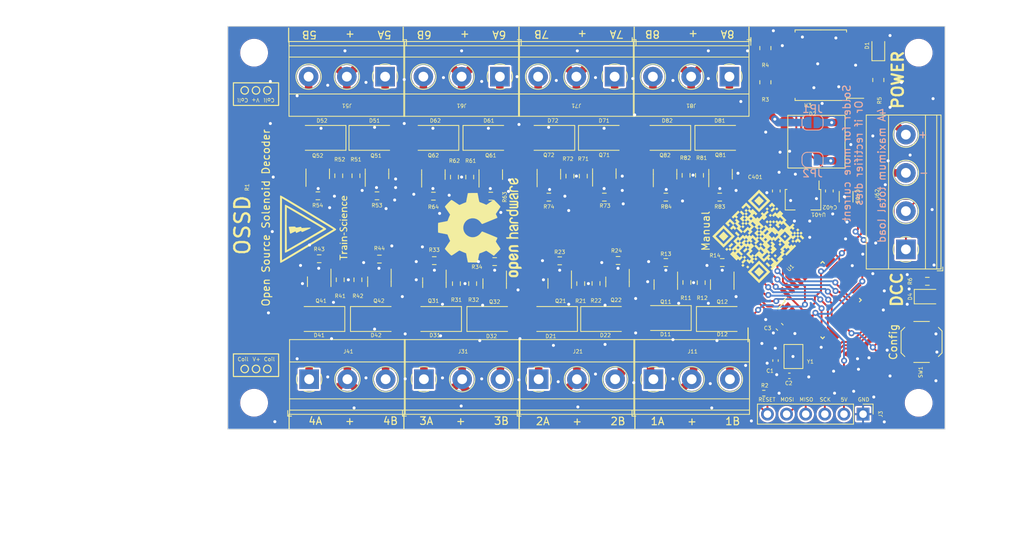
<source format=kicad_pcb>
(kicad_pcb (version 20221018) (generator pcbnew)
  (layers (0 "F.Cu" signal) (31 "B.Cu" signal) (34 "B.Paste" user) (35 "F.Paste" user) (36 "B.SilkS" user "B.Silkscreen") (37 "F.SilkS" user "F.Silkscreen") (38 "B.Mask" user) (39 "F.Mask" user) (44 "Edge.Cuts" user))
  (net 0 "")
  (net 1 "GND")
  (net 2 "/uController/X1")
  (net 3 "/uController/X2")
  (net 4 "+5V")
  (net 5 "/DCC/DCC_B")
  (net 6 "Net-(D1-K)")
  (net 7 "/DCC/DCC_A")
  (net 8 "Net-(D4-A)")
  (net 9 "Net-(D11-A)")
  (net 10 "Net-(D12-A)")
  (net 11 "Net-(D21-A)")
  (net 12 "Net-(D22-A)")
  (net 13 "Net-(D31-A)")
  (net 14 "Net-(D32-A)")
  (net 15 "Net-(D41-A)")
  (net 16 "Net-(D42-A)")
  (net 17 "Net-(D51-A)")
  (net 18 "Net-(D52-A)")
  (net 19 "Net-(D61-A)")
  (net 20 "Net-(D62-A)")
  (net 21 "Net-(D71-A)")
  (net 22 "Net-(D72-A)")
  (net 23 "Net-(D81-A)")
  (net 24 "Net-(D82-A)")
  (net 25 "Net-(Q11-G)")
  (net 26 "Net-(Q12-G)")
  (net 27 "Net-(Q21-G)")
  (net 28 "Net-(Q22-G)")
  (net 29 "Net-(Q31-G)")
  (net 30 "Net-(Q32-G)")
  (net 31 "Net-(Q41-G)")
  (net 32 "Net-(Q42-G)")
  (net 33 "Net-(Q51-G)")
  (net 34 "Net-(Q52-G)")
  (net 35 "Net-(Q61-G)")
  (net 36 "Net-(Q62-G)")
  (net 37 "Net-(Q71-G)")
  (net 38 "Net-(Q72-G)")
  (net 39 "Net-(Q81-G)")
  (net 40 "Net-(Q82-G)")
  (net 41 "/uController/RESET")
  (net 42 "Net-(U3-EN)")
  (net 43 "/DCC/DCC_TTL")
  (net 44 "/uController/LED")
  (net 45 "Net-(SW1-A)")
  (net 49 "unconnected-(U1-PB1-Pad13)")
  (net 51 "/POWER/Vcoils")
  (net 52 "/POWER/Vin1")
  (net 53 "/POWER/Vin2")
  (net 54 "/uController/GPIO6")
  (net 55 "/uController/GPIO3")
  (net 56 "/uController/GPIO2")
  (net 57 "/uController/GPIO1")
  (net 58 "/uController/GPIO8")
  (net 59 "/uController/GPIO7")
  (net 60 "/uController/GPIO10")
  (net 61 "/uController/GPIO9")
  (net 62 "/uController/GPIO12")
  (net 63 "/uController/GPIO11")
  (net 64 "/uController/GPIO14")
  (net 65 "/uController/GPIO13")
  (net 66 "/uController/GPIO16")
  (net 67 "/uController/GPIO15")
  (net 68 "/uController/GPIO5")
  (net 69 "/uController/GPIO4")
  (footprint "Resistor_SMD:R_0603_1608Metric_Pad0.98x0.95mm_HandSolder" (layer "F.Cu") (at 69.0327 70.1563 -90)
    (fp_text reference "R42")
    (fp_text value "~")
  )
  (footprint "Package_TO_SOT_SMD:SOT-89-3" (layer "F.Cu") (at 128.143 59.2205 -90)
    (fp_text reference "U401")
    (fp_text value "L78L05_SOT89")
  )
  (footprint "Package_TO_SOT_SMD:SOT-23" (layer "F.Cu") (at 117.189 56.134 90)
    (fp_text reference "Q81")
    (fp_text value "~")
  )
  (footprint "Resistor_SMD:R_0603_1608Metric_Pad0.98x0.95mm_HandSolder" (layer "F.Cu") (at 95.8297 67.6398)
    (fp_text reference "R23")
    (fp_text value "~")
  )
  (footprint "Resistor_SMD:R_0603_1608Metric_Pad0.98x0.95mm_HandSolder" (layer "F.Cu") (at 103.5767 67.5928)
    (fp_text reference "R24")
    (fp_text value "~")
  )
  (footprint "Package_TO_SOT_SMD:SOT-23" (layer "F.Cu") (at 86.678 56.1825 90)
    (fp_text reference "Q61")
    (fp_text value "~")
  )
  (footprint "custom_kicad_lib_sk:OSSD_QR" (layer "F.Cu") (at 122.301 64.389 45)
    (fp_text reference "G***" hide)
    (fp_text value "LOGO" hide)
  )
  (footprint "Resistor_SMD:R_0603_1608Metric_Pad0.98x0.95mm_HandSolder" (layer "F.Cu") (at 71.567 59.0065 180)
    (fp_text reference "R53")
    (fp_text value "~")
  )
  (footprint "Diode_SMD:D_SMA" (layer "F.Cu") (at 63.8897 75.3633 180)
    (fp_text reference "D41")
    (fp_text value "~")
  )
  (footprint "Resistor_SMD:R_0603_1608Metric_Pad0.98x0.95mm_HandSolder" (layer "F.Cu") (at 82.1137 70.6643 -90)
    (fp_text reference "R31")
    (fp_text value "~")
  )
  (footprint "Diode_SMD:D_SMA" (layer "F.Cu") (at 86.9077 75.3633)
    (fp_text reference "D32")
    (fp_text value "~")
  )
  (footprint "Resistor_SMD:R_0603_1608Metric_Pad0.98x0.95mm_HandSolder" (layer "F.Cu") (at 117.4197 67.8703)
    (fp_text reference "R14")
    (fp_text value "~")
  )
  (footprint "Package_TO_SOT_SMD:SOT-23" (layer "F.Cu") (at 71.567 56.0855 90)
    (fp_text reference "Q51")
    (fp_text value "~")
  )
  (footprint "Capacitor_SMD:C_0603_1608Metric_Pad1.08x0.95mm_HandSolder" (layer "F.Cu") (at 124.595 58.3615 -90)
    (fp_text reference "C401")
    (fp_text value "330nF")
  )
  (footprint "Resistor_SMD:R_0805_2012Metric_Pad1.20x1.40mm_HandSolder" (layer "F.Cu") (at 123.143 39.386 -90)
    (fp_text reference "R4")
    (fp_text value "10k")
  )
  (footprint "Diode_SMD:D_SMA" (layer "F.Cu") (at 79.026 51.308 180)
    (fp_text reference "D62")
    (fp_text value "~")
  )
  (footprint "Diode_SMD:D_SMA" (layer "F.Cu") (at 102.0207 75.3633)
    (fp_text reference "D22")
    (fp_text value "~")
  )
  (footprint "Package_TO_SOT_SMD:SOT-23" (layer "F.Cu") (at 63.8897 70.4103 -90)
    (fp_text reference "Q41")
    (fp_text value "~")
  )
  (footprint "Resistor_SMD:R_0603_1608Metric_Pad0.98x0.95mm_HandSolder" (layer "F.Cu") (at 83.884 56.515 90)
    (fp_text reference "R61")
    (fp_text value "~")
  )
  (footprint "Resistor_SMD:R_0603_1608Metric_Pad0.98x0.95mm_HandSolder" (layer "F.Cu") (at 81.852 56.515 90)
    (fp_text reference "R62")
    (fp_text value "~")
  )
  (footprint "MountingHole:MountingHole_3.2mm_M3" (layer "F.Cu") (at 143.5 40)
    (fp_text reference "REF**" hide)
    (fp_text value "MountingHole_3.2mm_M3")
  )
  (footprint "TerminalBlock_Phoenix:TerminalBlock_Phoenix_MKDS-1,5-4-5.08_1x04_P5.08mm_Horizontal" (layer "F.Cu") (at 141.805 66.12 90)
    (fp_text reference "J62")
    (fp_text value "Screw_Terminal_01x04")
  )
  (footprint "Package_TO_SOT_SMD:SOT-23" (layer "F.Cu") (at 63.693 56.0855 90)
    (fp_text reference "Q52")
    (fp_text value "~")
  )
  (footprint "Package_TO_SOT_SMD:SOT-23" (layer "F.Cu") (at 95.8297 70.6393 -90)
    (fp_text reference "Q21")
    (fp_text value "~")
  )
  (footprint "Resistor_SMD:R_0603_1608Metric_Pad0.98x0.95mm_HandSolder" (layer "F.Cu") (at 66.6837 70.1563 -90)
    (fp_text reference "R41")
    (fp_text value "~")
  )
  (footprint "TerminalBlock_Phoenix:TerminalBlock_Phoenix_MKDS-1,5-3-5.08_1x03_P5.08mm_Horizontal" (layer "F.Cu") (at 62.5557 83.3643)
    (fp_text reference "J41")
    (fp_text value "~")
  )
  (footprint "Resistor_SMD:R_0603_1608Metric_Pad0.98x0.95mm_HandSolder" (layer "F.Cu") (at 101.759 59.182 180)
    (fp_text reference "R73")
    (fp_text value "~")
  )
  (footprint "Diode_SMD:D_SOD-323" (layer "F.Cu") (at 138.143 39.5615 90)
    (fp_text reference "D1")
    (fp_text value "D")
  )
  (footprint "Package_TO_SOT_SMD:SOT-23" (layer "F.Cu") (at 109.823 56.134 90)
    (fp_text reference "Q82")
    (fp_text value "~")
  )
  (footprint "Package_TO_SOT_SMD:SOT-23" (layer "F.Cu") (at 109.9267 70.7913 -90)
    (fp_text reference "Q11")
    (fp_text value "~")
  )
  (footprint "Diode_SMD:D_SMA" (layer "F.Cu") (at 117.189 51.308)
    (fp_text reference "D81")
    (fp_text value "~")
  )
  (footprint "Capacitor_SMD:C_1206_3216Metric_Pad1.33x1.80mm_HandSolder" (layer "F.Cu") (at 133.866 59.1235 -90)
    (fp_text reference "C403")
    (fp_text value "100uF")
  )
  (footprint "Resistor_SMD:R_0603_1608Metric_Pad0.98x0.95mm_HandSolder" (layer "F.Cu") (at 63.8897 67.3623)
    (fp_text reference "R43")
    (fp_text value "~")
  )
  (footprint "Resistor_SMD:R_0603_1608Metric_Pad0.98x0.95mm_HandSolder" (layer "F.Cu") (at 98.6237 70.6643 -90)
    (fp_text reference "R21")
    (fp_text value "~")
  )
  (footprint "Resistor_SMD:R_0603_1608Metric_Pad0.98x0.95mm_HandSolder" (layer "F.Cu") (at 112.617 56.2845 90)
    (fp_text reference "R82")
    (fp_text value "~")
  )
  (footprint "Diode_SMD:D_SMA" (layer "F.Cu") (at 71.247 51.308)
    (fp_text reference "D51")
    (fp_text value "~")
  )
  (footprint "Resistor_SMD:R_0402_1005Metric_Pad0.72x0.64mm_HandSolder" (layer "F.Cu") (at 122.936 85.217)
    (fp_text reference "R2")
    (fp_text value "10k")
  )
  (footprint "Package_TO_SOT_SMD:SOT-23" (layer "F.Cu") (at 71.8877 70.4103 -90)
    (fp_text reference "Q42")
    (fp_text value "~")
  )
  (footprint "Resistor_SMD:R_0805_2012Metric_Pad1.20x1.40mm_HandSolder" (layer "F.Cu") (at 123.143 43.926 90)
    (fp_text reference "R3")
    (fp_text value "10k")
  )
  (footprint "MountingHole:MountingHole_3.2mm_M3" (layer "F.Cu") (at 55.245 40)
    (fp_text reference "REF**" hide)
    (fp_text value "MountingHole_3.2mm_M3")
  )
  (footprint "Package_TO_SOT_SMD:SOT-23" (layer "F.Cu") (at 79.1927 70.5373 -90)
    (fp_text reference "Q31")
    (fp_text value "~")
  )
  (footprint "custom_kicad_lib_sk:4A rectifier" (layer "F.Cu") (at 129.921 51.816)
    (fp_text reference "D2")
    (fp_text value "~")
  )
  (footprint "Package_TO_SOT_SMD:SOT-23" (layer "F.Cu") (at 117.4197 70.7913 -90)
    (fp_text reference "Q12")
    (fp_text value "~")
  )
  (footprint "MountingHole:MountingHole_3.2mm_M3" (layer "F.Cu") (at 143.5 86.5)
    (fp_text reference "REF**" hide)
    (fp_text value "MountingHole_3.2mm_M3")
  )
  (footprint "Capacitor_SMD:C_0603_1608Metric_Pad1.08x0.95mm_HandSolder" (layer "F.Cu") (at 125.032359 76.407 -45)
    (fp_text reference "C3")
    (fp_text value "100nF")
  )
  (footprint "Resistor_SMD:R_0603_1608Metric_Pad0.98x0.95mm_HandSolder" (layer "F.Cu") (at 144.653 70.358)
    (fp_text reference "R6")
    (fp_text value "6k2")
  )
  (footprint "Connector_PinHeader_2.54mm:PinHeader_1x06_P2.54mm_Vertical" (layer "F.Cu") (at 136.12 88 -90)
    (fp_text reference "J3")
    (fp_text value "ICSP")
  )
  (footprint "Package_TO_SOT_SMD:SOT-23" (layer "F.Cu") (at 101.759 56.0555 90)
    (fp_text reference "Q71")
    (fp_text value "~")
  )
  (footprint "custom_kicad_lib_sk:crystal_arduino" (layer "F.Cu") (at 126.873 80.344 -90)
    (fp_text reference "Y1")
    (fp_text value "Crystal_GND2")
  )
  (footprint "MountingHole:MountingHole_3.2mm_M3" (layer "F.Cu") (at 55.245 86.487)
    (fp_text reference "REF**" hide)
    (fp_text value "MountingHole_3.2mm_M3")
  )
  (footprint "Capacitor_SMD:C_0402_1005Metric_Pad0.74x0.62mm_HandSolder" (layer "F.Cu") (at 124.492359 80.886 90)
    (fp_text reference "C1")
    (fp_text value "12pF")
  )
  (footprint "Resistor_SMD:R_0603_1608Metric_Pad0.98x0.95mm_HandSolder" (layer "F.Cu") (at 97.187 56.388 90)
    (fp_text reference "R72")
    (fp_text value "~")
  )
  (footprint "Resistor_SMD:R_0603_1608Metric_Pad0.98x0.95mm_HandSolder" (layer "F.Cu") (at 79.1692 67.6163)
    (fp_text reference "R33")
    (fp_text value "~")
  )
  (footprint "Resistor_SMD:R_0603_1608Metric_Pad0.98x0.95mm_HandSolder" (layer "F.Cu") (at 117.0855 59.182 180)
    (fp_text reference "R83")
    (fp_text value "~")
  )
  (footprint "Resistor_SMD:R_0603_1608Metric_Pad0.98x0.95mm_HandSolder" (layer "F.Cu") (at 68.773 56.3395 90)
    (fp_text reference "R51")
    (fp_text value "~")
  )
  (footprint "Diode_SMD:D_SMA" (layer "F.Cu") (at 117.3877 75.3633)
    (fp_text reference "D12")
    (fp_text value "~")
  )
  (footprint "Package_SO:SOP-8_6.62x9.15mm_P2.54mm" (layer "F.Cu") (at 130.509 41.656 180)
    (fp_text reference "U3")
    (fp_text value "6N137")
  )
  (footprint "Button_Switch_SMD:SW_SPST_SKQG_WithStem" (layer "F.Cu") (at 143.891 78.411 90)
    (fp_text reference "SW1")
    (fp_text value "SW_SPST")
  )
  (footprint "TerminalBlock_Phoenix:TerminalBlock_Phoenix_MKDS-1,5-3-5.08_1x03_P5.08mm_Horizontal" (layer "F.Cu") (at 118.369 43.18 180)
    (fp_text reference "J81")
    (fp_text value "~")
  )
  (footprint "Capacitor_SMD:C_0603_1608Metric_Pad1.08x0.95mm_HandSolder" (layer "F.Cu") (at 131.643 58.3615 -90)
    (fp_text reference "C402")
    (fp_text value "100nF")
  )
  (footprint "Package_TO_SOT_SMD:SOT-23" (layer "F.Cu") (at 103.5107 70.4353 -90)
    (fp_text reference "Q22")
    (fp_text value "~")
  )
  (footprint "Resistor_SMD:R_0603_1608Metric_Pad0.98x0.95mm_HandSolder" (layer "F.Cu") (at 114.395 56.2845 90)
    (fp_text reference "R81")
    (fp_text value "~")
  )
  (footprint "Resistor_SMD:R_0603_1608Metric_Pad0.98x0.95mm_HandSolder" (layer "F.Cu") (at 114.6257 70.5373 -90)
    (fp_text reference "R12")
    (fp_text value "~")
  )
  (footprint "Capacitor_SMD:C_0402_1005Metric_Pad0.74x0.62mm_HandSolder" (layer "F.Cu") (at 126.329859 82.918)
    (fp_text reference "C2")
    (fp_text value "12pF")
  )
  (footprint "Resistor_SMD:R_0603_1608Metric_Pad0.98x0.95mm_HandSolder" (layer "F.Cu") (at 109.9267 67.8703)
    (fp_text reference "R13")
    (fp_text value "~")
  )
  (footprint "TerminalBlock_Phoenix:TerminalBlock_Phoenix_MKDS-1,5-3-5.08_1x03_P5.08mm_Horizontal" (layer "F.Cu") (at 87.884 43.18 180)
    (fp_text reference "J61")
    (fp_text value "~")
  )
  (footprint "Diode_SMD:D_SMA" (layer "F.Cu") (at 79.3827 75.3633 180)
    (fp_text reference "D31")
    (fp_text value "~")
  )
  (footprint "Diode_SMD:D_SMA" (layer "F.Cu") (at 109.8947 75.2363 180)
    (fp_text reference "D11")
    (fp_text value "~")
  )
  (footprint "Resistor_SMD:R_0603_1608Metric_Pad0.98x0.95mm_HandSolder" (layer "F.Cu") (at 109.9265 59.182 180)
    (fp_text reference "R84")
    (fp_text value "~")
  )
  (footprint "Diode_SMD:D_SMA" (layer "F.Cu") (at 94.425 51.308 180)
    (fp_text reference "D72")
    (fp_text value "~")
  )
  (footprint "Resistor_SMD:R_0603_1608Metric_Pad0.98x0.95mm_HandSolder" (layer "F.Cu") (at 98.965 56.388 90)
    (fp_text reference "R71")
    (fp_text value "~")
  )
  (footprint "Resistor_SMD:R_0603_1608Metric_Pad0.98x0.95mm_HandSolder" (layer "F.Cu") (at 94.393 59.182 180)
    (fp_text reference "R74")
    (fp_text value "~")
  )
  (footprint "Resistor_SMD:R_0603_1608Metric_Pad0.98x0.95mm_HandSolder" (layer "F.Cu") (at 84.2727 70.6643 -90)
    (fp_text reference "R32")
    (fp_text value "~")
  )
  (footprint "Diode_SMD:D_SMA" (layer "F.Cu") (at 71.4457 75.3633)
    (fp_text reference "D42")
    (fp_text value "~")
  )
  (footprint "TerminalBlock_Phoenix:TerminalBlock_Phoenix_MKDS-1,5-3-5.08_1x03_P5.08mm_Horizontal" (layer "F.Cu") (at 72.644 43.18 180)
    (fp_text reference "J51")
    (fp_text value "~")
  )
  (footprint "Resistor_SMD:R_0603_1608Metric_Pad0.98x0.95mm_HandSolder" (layer "F.Cu") (at 87.1937 67.7433)
    (fp_text reference "R34")
    (fp_text value "~")
  )
  (footprint "Resistor_SMD:R_0603_1608Metric_Pad0.98x0.95mm_HandSolder" (layer "F.Cu") (at 63.7165 59.0065 180)
    (fp_text reference "R54")
    (fp_text value "~")
  )
  (footprint "TerminalBlock_Phoenix:TerminalBlock_Phoenix_MKDS-1,5-3-5.08_1x03_P5.08mm_Horizontal" (layer "F.Cu") (at 77.7957 83.363)
    (fp_text reference "J31")
    (fp_text value "~")
  )
  (footprint "Diode_SMD:D_SMA" (layer "F.Cu") (at 94.7817 75.3633 180)
    (fp_text reference "D21")
    (fp_text value "~")
  )
  (footprint "Diode_SMD:D_SMA" (layer "F.Cu") (at 109.823 51.308 180)
    (fp_text reference "D82")
    (fp_text value "~")
  )
  (footprint "TerminalBlock_Phoenix:TerminalBlock_Phoenix_MKDS-1,5-3-5.08_1x03_P5.08mm_Horizontal" (layer "F.Cu") (at 93.0357 83.3643)
    (fp_text reference "J21")
    (fp_text value "~")
  )
  (footprint "Diode_SMD:D_SMA" (layer "F.Cu") (at 86.392 51.308)
    (fp_text reference "D61")
    (fp_text value "~")
  )
  (footprint "Diode_SMD:D_SMA" (layer "F.Cu") (at 64.04 51.308 180)
    (fp_text reference "D52")
    (fp_text value "~")
  )
  (footprint "Resistor_SMD:R_0603_1608Metric_Pad0.98x0.95mm_HandSolder" (layer "F.Cu") (at 79.058 59.055 180)
    (fp_text reference "R64")
    (fp_text value "~")
  )
  (footprint "Symbol:OSHW-Logo2_14.6x12mm_SilkScreen" (layer "F.Cu") (at 85.217 63.246 90)
    (fp_text reference "REF**" hide)
    (fp_text value "OSHW-Logo2_14.6x12mm_SilkScreen" hide)
  )
  (footprint "Resistor_SMD:R_0603_1608Metric_Pad0.98x0.95mm_HandSolder" (layer "F.Cu") (at 100.6557 70.6408 -90)
    (fp_text reference "R22")
    (fp_text value "~")
  )
  (footprint "Resistor_SMD:R_0603_1608Metric_Pad0.98x0.95mm_HandSolder" (layer "F.Cu") (at 86.678 59.055 180)
    (fp_text reference "R63")
    (fp_text value "~")
  )
  (footprint "LED_SMD:LED_0805_2012Metric_Pad1.15x1.40mm_HandSolder" (layer "F.Cu") (at 144.78 72.39)
    (fp_text reference "D4")
    (fp_text value "LED")
  )
  (footprint "TerminalBlock_Phoenix:TerminalBlock_Phoenix_MKDS-1,5-3-5.08_1x03_P5.08mm_Horizontal" (layer "F.Cu") (at 103.124 43.18 180)
    (fp_text reference "J71")
    (fp_text value "~")
  )
  (footprint "Diode_SMD:D_SMA" (layer "F.Cu") (at 101.727 51.308)
    (fp_text reference "D71")
    (fp_text value "~")
  )
  (footprint "Resistor_SMD:R_0805_2012Metric_Pad1.20x1.40mm_HandSolder" (layer "F.Cu") (at 138.143 43.6255 90)
    (fp_text reference "R5")
    (fp_text value "1k")
  )
  (footprint "Resistor_SMD:R_0603_1608Metric_Pad0.98x0.95mm_HandSolder" (layer "F.Cu") (at 71.8877 67.4108)
    (fp_text reference "R44")
    (fp_text value "~")
  )
  (footprint "TerminalBlock_Phoenix:TerminalBlock_Phoenix_MKDS-1,5-3-5.08_1x03_P5.08mm_Horizontal" (layer "F.Cu") (at 108.2757 83.3643)
    (fp_text reference "J11")
    (fp_text value "~")
  )
  (footprint "Package_TO_SOT_SMD:SOT-23" (layer "F.Cu") (at 87.1937 70.6643 -90)
    (fp_text reference "Q32")
    (fp_text value "~")
  )
  (footprint "custom_kicad_lib_sk:Train-Science logo small" (layer "F.Cu") (at 63.246 63.373 90)
    (fp_text reference "G***" hide)
    (fp_text value "LOGO" hide)
  )
  (footprint "Resistor_SMD:R_0603_1608Metric_Pad0.98x0.95mm_HandSolder" (layer "F.Cu") (at 112.7207 70.5138 -90)
    (fp_text reference "R11")
    (fp_text value "~")
  )
  (footprint "Package_TO_SOT_SMD:SOT-23" (layer "F.Cu") (at 79.058 56.1825 90)
    (fp_text reference "Q62")
    (fp_text value "~")
  )
  (footprint "Package_TO_SOT_SMD:SOT-23" (layer "F.Cu") (at 94.393 56.134 90)
    (fp_text reference "Q72")
    (fp_text value "~")
  )
  (footprint "Resistor_SMD:R_0603_1608Metric_Pad0.98x0.95mm_HandSolder" (layer "F.Cu") (at 66.487 56.3395 90)
    (fp_text reference "R52")
    (fp_text value "~")
  )
  (footprint "Package_QFP:TQFP-32_7x7mm_P0.8mm" (layer "F.Cu") (at 130.747359 72.851 45)
    (fp_text reference "U1")
    (fp_text value "ATmega328-A")
  )
  (footprint "Jumper:SolderJumper-2_P1.3mm_Open_RoundedPad1.0x1.5mm" (layer "B.Cu") (at 129.413 49.276 180)
    (fp_text reference "JP1")
    (fp_text value "SolderJumper_2_Open")
  )
  (footprint "Jumper:SolderJumper-2_P1.3mm_Open_RoundedPad1.0x1.5mm" (layer "B.Cu") (at 129.413 54.229)
    (fp_text reference "JP2")
    (fp_text value "SolderJumper_2_Open")
  )
  (gr_rect (start 52.5 80) (end 58.5 83) (stroke (width 0.15)) (fill none) (layer "F.SilkS"))
  (gr_circle (center 54 45) (end 54 45.5) (stroke (width 0.15)) (fill none) (layer "F.SilkS"))
  (gr_line (start 90.424 36.59915) (end 90.424 38.58485) (stroke (width 0.15)) (layer "F.SilkS"))
  (gr_line (start 90.4457 88.0143) (end 90.4457 90) (stroke (width 0.15)) (layer "F.SilkS"))
  (gr_circle (center 57 82) (end 57 81.5) (stroke (width 0.15)) (fill none) (layer "F.SilkS"))
  (gr_circle (center 54 82) (end 54.5 82) (stroke (width 0.15)) (fill none) (layer "F.SilkS"))
  (gr_line (start 75.048 36.59915) (end 75.048 38.43685) (stroke (width 0.15)) (layer "F.SilkS"))
  (gr_circle (center 55.5 45) (end 55.5 45.5) (stroke (width 0.15)) (fill none) (layer "F.SilkS"))
  (gr_line (start 59.8974 89.992) (end 59.8974 88.0063) (stroke (width 0.15)) (layer "F.SilkS"))
  (gr_line (start 90.424 36.59915) (end 90.424 38.58485) (stroke (width 0.15)) (layer "F.SilkS"))
  (gr_line (start 105.464 38.5) (end 105.464 38) (stroke (width 0.15)) (layer "F.SilkS"))
  (gr_line (start 121.214 38.5) (end 121.214 38) (stroke (width 0.15)) (layer "F.SilkS"))
  (gr_line (start 105.724 36.5343) (end 105.724 38.52) (stroke (width 0.15)) (layer "F.SilkS"))
  (gr_line (start 90.4457 90) (end 90.4457 88.0143) (stroke (width 0.15)) (layer "F.SilkS"))
  (gr_circle (center 57 45) (end 56.5 45) (stroke (width 0.15)) (fill none) (layer "F.SilkS"))
  (gr_circle (center 55.5 82) (end 55.5 81.5) (stroke (width 0.15)) (fill none) (layer "F.SilkS"))
  (gr_line (start 105.8217 90) (end 105.8217 88.1623) (stroke (width 0.15)) (layer "F.SilkS"))
  (gr_line (start 120.846059 78.385) (end 120.846059 76.5473) (stroke (width 0.15)) (layer "F.SilkS"))
  (gr_line (start 75.1424 89.992) (end 75.1424 88.0063) (stroke (width 0.15)) (layer "F.SilkS"))
  (gr_line (start 120.969 36.5343) (end 120.969 38.52) (stroke (width 0.15)) (layer "F.SilkS"))
  (gr_line (start 59.834 36.73715) (end 59.834 38.57485) (stroke (width 0.15)) (layer "F.SilkS"))
  (gr_rect (start 52.5 44) (end 58.5 47) (stroke (width 0.15)) (fill none) (layer "F.SilkS"))
  (gr_rect (start 51.746 36.5) (end 147 90) (stroke (width 0.1)) (fill none) (layer "Edge.Cuts"))
  (gr_text "-" (at 144.907 56.515) (layer "B.SilkS") (effects (font (size 1 1)) (justify left bottom mirror)))
  (gr_text "4A maximum total load" (at 139.192 47.244 90) (layer "B.SilkS") (effects (font (size 1 1)) (justify left bottom mirror)))
  (gr_text "Solder for more current\nOr if rectifier dies" (at 136.144 53.34 90) (layer "B.SilkS") (effects (font (size 1 1)) (justify bottom mirror)))
  (gr_text "+" (at 144.78 51.435) (layer "B.SilkS") (effects (font (size 1 1)) (justify left bottom mirror)))
  (gr_text "4A    +     4B" (at 62.3787 89.492) (layer "F.SilkS") (effects (font (size 1 1)) (justify left bottom)))
  (gr_text "POWER" (at 141.605 47.625 90) (layer "F.SilkS") (effects (font (size 1.5 1.5) (thickness 0.3) bold) (justify left bottom)))
  (gr_text "RESET" (at 122.174 86.36) (layer "F.SilkS") (effects (font (size 0.5 0.5) (thickness 0.075)) (justify left bottom)))
  (gr_text "2A    +     2B" (at 92.583 89.535) (layer "F.SilkS") (effects (font (size 1 1)) (justify left bottom)))
  (gr_text "Coil" (at 53 81) (layer "F.SilkS") (effects (font (size 0.5 0.5) (thickness 0.075)) (justify left bottom)))
  (gr_text "Open Source Solenoid Decoder" (at 57.404 73.787 90) (layer "F.SilkS") (effects (font (size 1 1)) (justify left bottom)))
  (gr_text "3A    +     3B" (at 77.1107 89.492) (layer "F.SilkS") (effects (font (size 1 1)) (justify left bottom)))
  (gr_text "MOSI" (at 125.095 86.36) (layer "F.SilkS") (effects (font (size 0.5 0.5) (thickness 0.075)) (justify left bottom)))
  (gr_text "5A    +     5B" (at 73.562 37.02185 180) (layer "F.SilkS") (effects (font (size 1 1)) (justify left bottom)))
  (gr_text "SCK\n" (at 130.302 86.36) (layer "F.SilkS") (effects (font (size 0.5 0.5) (thickness 0.075)) (justify left bottom)))
  (gr_text "Coil" (at 56.5 81) (layer "F.SilkS") (effects (font (size 0.5 0.5) (thickness 0.075)) (justify left bottom)))
  (gr_text "Manual" (at 115.824 66.421 90) (layer "F.SilkS") (effects (font (size 1 1)) (justify left bottom)))
  (gr_text "R1" (at 54.61 58.42 90) (layer "F.SilkS") (effects (font (size 0.5 0.5) (thickness 0.075)) (justify left bottom)))
  (gr_text "7A    +     7B" (at 104.394 36.957 180) (layer "F.SilkS") (effects (font (size 1 1)) (justify left bottom)))
  (gr_text "OSSD" (at 54.864 67.056 90) (layer "F.SilkS") (effects (font (size 2 2) (thickness 0.3)) (justify left bottom)))
  (gr_text "6A    +     6B" (at 88.802 37.02185 180) (layer "F.SilkS") (effects (font (size 1 1)) (justify left bottom)))
  (gr_text "MISO" (at 127.635 86.36) (layer "F.SilkS") (effects (font (size 0.5 0.5) (thickness 0.075)) (justify left bottom)))
  (gr_text "V+" (at 55 81) (layer "F.SilkS") (effects (font (size 0.5 0.5) (thickness 0.075)) (justify left bottom)))
  (gr_text "V+" (at 56 46 180) (layer "F.SilkS") (effects (font (size 0.5 0.5) (thickness 0.075)) (justify left bottom)))
  (gr_text "GND" (at 135.382 86.36) (layer "F.SilkS") (effects (font (size 0.5 0.5) (thickness 0.075)) (justify left bottom)))
  (gr_text "1A    +     1B" (at 107.823 89.535) (layer "F.SilkS") (effects (font (size 1 1)) (justify left bottom)))
  (gr_text "DCC" (at 141.478 73.914 90) (layer "F.SilkS") (effects (font (size 1.5 1.5) (thickness 0.3) bold) (justify left bottom)))
  (gr_text "8A    +     8B" (at 119.126 36.957 180) (layer "F.SilkS") (effects (font (size 1 1)) (justify left bottom)))
  (gr_text "Coil" (at 54.5 46 180) (layer "F.SilkS") (effects (font (size 0.5 0.5) (thickness 0.075)) (justify left bottom)))
  (gr_text "Coil" (at 58 46 180) (layer "F.SilkS") (effects (font (size 0.5 0.5) (thickness 0.075)) (justify left bottom)))
  (gr_text "5V" (at 133.096 86.36) (layer "F.SilkS") (effects (font (size 0.5 0.5) (thickness 0.075)) (justify left bottom)))
  (gr_text "Config" (at 140.716 80.899 90) (layer "F.SilkS") (effects (font (size 1 1)) (justify left bottom)))
  (segment (start 126.810359 80.478) (end 125.894359 81.394) (width 0.25) (layer "F.Cu") (net 1))
  (segment (start 125.894359 81.394) (end 125.894359 82.786) (width 0.25) (layer "F.Cu") (net 1))
  (segment (start 126.810359 80.344) (end 126.810359 80.178) (width 0.25) (layer "F.Cu") (net 1))
  (segment (start 125.894359 82.786) (end 125.762359 82.918) (width 0.25) (layer "F.Cu") (net 1))
  (segment (start 126.810359 80.344) (end 126.810359 80.478) (width 0.25) (layer "F.Cu") (net 1))
  (segment (start 126.810359 80.178) (end 127.794359 79.194) (width 0.25) (layer "F.Cu") (net 1))
  (segment (start 126.104183 75.79712) (end 124.422479 75.79712) (width 0.25) (layer "F.Cu") (net 1))
  (segment (start 126.893627 75.007676) (end 126.104183 75.79712) (width 0.25) (layer "F.Cu") (net 1))
  (via (at 98.171 39.751) (size 0.8) (drill 0.4) (layers "F.Cu" "B.Cu") (net 1))
  (via (at 129.929 59.3775) (size 0.8) (drill 0.4) (layers "F.Cu" "B.Cu") (net 1))
  (via (at 83.2567 70.6643) (size 0.8) (drill 0.4) (layers "F.Cu" "B.Cu") (net 1))
  (via (at 82.7487 86.9203) (size 0.8) (drill 0.4) (layers "F.Cu" "B.Cu") (net 1))
  (via (at 71.247 49.911) (size 0.8) (drill 0.4) (layers "F.Cu" "B.Cu") (net 1))
  (via (at 65.532 77.978) (size 0.8) (drill 0.4) (layers "F.Cu" "B.Cu") (net 1))
  (via (at 76.454 58.801) (size 0.8) (drill 0.4) (layers "F.Cu" "B.Cu") (net 1))
  (via (at 112.141 59.69) (size 0.8) (drill 0.4) (layers "F.Cu" "B.Cu") (net 1))
  (via (at 74.041 56.769) (size 0.8) (drill 0.4) (layers "F.Cu" "B.Cu") (net 1))
  (via (at 124.46 79.248) (size 0.8) (drill 0.4) (layers "F.Cu" "B.Cu") (net 1))
  (via (at 110.871 83.312) (size 0.8) (drill 0.4) (layers "F.Cu" "B.Cu") (net 1))
  (via (at 101.854 78.74) (size 0.8) (drill 0.4) (layers "F.Cu" "B.Cu") (net 1))
  (via (at 97.028 73.406) (size 0.8) (drill 0.4) (layers "F.Cu" "B.Cu") (net 1))
  (via (at 88.011 61.214) (size 0.8) (drill 0.4) (layers "F.Cu" "B.Cu") (net 1))
  (via (at 139.7 82.931) (size 0.8) (drill 0.4) (layers "F.Cu" "B.Cu") (net 1))
  (via (at 124.206 37.084) (size 0.8) (drill 0.4) (layers "F.Cu" "B.Cu") (net 1))
  (via (at 141.986 69.469) (size 0.8) (drill 0.4) (layers "F.Cu" "B.Cu") (net 1))
  (via (at 123.381359 81.233) (size 0.8) (drill 0.4) (layers "F.Cu" "B.Cu") (net 1))
  (via (at 70.104 43.942) (size 0.8) (drill 0.4) (layers "F.Cu" "B.Cu") (net 1))
  (via (at 128.905 83.058) (size 0.8) (drill 0.4) (layers "F.Cu" "B.Cu") (net 1))
  (via (at 139.7 37.719) (size 0.8) (drill 0.4) (layers "F.Cu" "B.Cu") (net 1))
  (via (at 113.6097 70.5373) (size 0.8) (drill 0.4) (layers "F.Cu" "B.Cu") (net 1))
  (via (at 121.285 88.9) (size 0.8) (drill 0.4) (layers "F.Cu" "B.Cu") (net 1))
  (via (at 62.611 65.532) (size 0.8) (drill 0.4) (layers "F.Cu" "B.Cu") (net 1))
  (via (at 145.796 77.343) (size 0.8) (drill 0.4) (layers "F.Cu" "B.Cu") (net 1))
  (via (at 68.5247 87.1743) (size 0.8) (drill 0.4) (layers "F.Cu" "B.Cu") (net 1))
  (via (at 134.684359 68.279) (size 0.8) (drill 0.4) (layers "F.Cu" "B.Cu") (net 1))
  (via (at 137.541 85.725) (size 0.8) (drill 0.4) (layers "F.Cu" "B.Cu") (net 1))
  (via (at 78.994 50.038) (size 0.8) (drill 0.4) (layers "F.Cu" "B.Cu") (net 1))
  (via (at 104.14 58.293) (size 0.8) (drill 0.4) (layers "F.Cu" "B.Cu") (net 1))
  (via (at 107.5137 70.4103) (size 0.8) (drill 0.4) (layers "F.Cu" "B.Cu") (net 1))
  (via (at 129.032 64.516) (size 0.8) (drill 0.4) (layers "F.Cu" "B.Cu") (net 1))
  (via (at 74.93 72.39) (size 0.8) (drill 0.4) (layers "F.Cu" "B.Cu") (net 1))
  (via (at 129.032 62.357) (size 0.8) (drill 0.4) (layers "F.Cu" "B.Cu") (net 1))
  (via (at 137.414 51.054) (size 0.8) (drill 0.4) (layers "F.Cu" "B.Cu") (net 1))
  (via (at 133.795359 64.723) (size 0.8) (drill 0.4) (layers "F.Cu" "B.Cu") (net 1))
  (via (at 145.415 46.101) (size 0.8) (drill 0.4) (layers "F.Cu" "B.Cu") (net 1))
  (via (at 58 89) (size 0.8) (drill 0.4) (layers "F.Cu" "B.Cu") (net 1))
  (via (at 142.367 53.594) (size 0.8) (drill 0.4) (layers "F.Cu" "B.Cu") (net 1))
  (via (at 138.938 71.628) (size 0.8) (drill 0.4) (layers "F.Cu" "B.Cu") (net 1))
  (via (at 80.01 77.597) (size 0.8) (drill 0.4) (layers "F.Cu" "B.Cu") (net 1))
  (via (at 69.7947 67.8703) (size 0.8) (drill 0.4) (layers "F.Cu" "B.Cu") (net 1))
  (via (at 86.614 58.039) (size 0.8) (drill 0.4) (layers "F.Cu" "B.Cu") (net 1))
  (via (at 105.918 72.644) (size 0.8) (drill 0.4) (layers "F.Cu" "B.Cu") (net 1))
  (via (at 145.288 60.833) (size 0.8) (drill 0.4) (layers "F.Cu" "B.Cu") (net 1))
  (via (at 90.17 43.18) (size 0.8) (drill 0.4) (layers "F.Cu" "B.Cu") (net 1))
  (via (at 126.365 53.086) (size 0.8) (drill 0.4) (layers "F.Cu" "B.Cu") (net 1))
  (via (at 133.985 62.484) (size 0.8) (drill 0.4) (layers "F.Cu" "B.Cu") (net 1))
  (via (at 127 62.357) (size 0.8) (drill 0.4) (layers "F.Cu" "B.Cu") (net 1))
  (via (at 123.19 50.546) (size 0.8) (drill 0.4) (layers "F.Cu" "B.Cu") (net 1))
  (via (at 76.7797 67.7433) (size 0.8) (drill 0.4) (layers "F.Cu" "B.Cu") (net 1))
  (via (at 125.396 39.0605) (size 0.8) (drill 0.4) (layers "F.Cu" "B.Cu") (net 1))
  (via (at 61.6667 70.6643) (size 0.8) (drill 0.4) (layers "F.Cu" "B.Cu") (net 1))
  (via (at 82.804 56.515) (size 0.8) (drill 0.4) (layers "F.Cu" "B.Cu") (net 1))
  (via (at 86.36 50.038) (size 0.8) (drill 0.4) (layers "F.Cu" "B.Cu") (net 1))
  (via (at 137.795 65.278) (size 0.8) (drill 0.4) (layers "F.Cu" "B.Cu") (net 1))
  (via (at 145.796 83.566) (size 0.8) (drill 0.4) (layers "F.Cu" "B.Cu") (net 1))
  (via (at 93.6707 70.1563) (size 0.8) (drill 0.4) (layers "F.Cu" "B.Cu") (net 1))
  (via (at 101.727 50.038) (size 0.8) (drill 0.4) (layers "F.Cu" "B.Cu") (net 1))
  (via (at 135.509 82.042) (size 0.8) (drill 0.4) (layers "F.Cu" "B.Cu") (net 1))
  (via (at 127.064359 77.296) (size 0.8) (drill 0.4) (layers "F.Cu" "B.Cu") (net 1))
  (via (at 101.4177 67.8703) (size 0.8) (drill 0.4) (layers "F.Cu" "B.Cu") (net 1))
  (via (at 119.507 56.007) (size 0.8) (drill 0.4) (layers "F.Cu" "B.Cu") (net 1))
  (via (at 85.471 83.312) (size 0.8) (drill 0.4) (layers "F.Cu" "B.Cu") (net 1))
  (via (at 73.533 65.659) (size 0.8) (drill 0.4) (layers "F.Cu" "B.Cu") (net 1))
  (via (at 120.523 81.534) (size 0.8) (drill 0.4) (layers "F.Cu" "B.Cu") (net 1))
  (via (at 101.854 73.533) (size 0.8) (drill 0.4) (layers "F.Cu" "B.Cu") (net 1))
  (via (at 71.247 76.708) (size 0.8) (drill 0.4) (layers "F.Cu" "B.Cu") (net 1))
  (via (at 105.791 48.26) (size 0.8) (drill 0.4) (layers "F.Cu" "B.Cu") (net 1))
  (via (at 136.081359 66.755) (size 0.8) (drill 0.4) (layers "F.Cu" "B.Cu") (net 1))
  (via (at 132.334 85.217) (size 0.8) (drill 0.4) (layers "F.Cu" "B.Cu") (net 1))
  (via (at 85.471 43.815) (size 0.8) (drill 0.4) (layers "F.Cu" "B.Cu") (net 1))
  (via (at 145.542 68.199) (size 0.8) (drill 0.4) (layers "F.Cu" "B.Cu") (net 1))
  (via (at 104.14 56.388) (size 0.8) (drill 0.4) (layers "F.Cu" "B.Cu") (net 1))
  (via (at 105.664 83.82) (size 0.8) (drill 0.4) (layers "F.Cu" "B.Cu") (net 1))
  (via (at 65.024 83.058) (size 0.8) (drill 0.4) (layers "F.Cu" "B.Cu") (net 1))
  (via (at 97.028 60.96) (size 0.8) (drill 0.4) (layers "F.Cu" "B.Cu") (net 1))
  (via (at 81.153 58.928) (size 0.8) (drill 0.4) (layers "F.Cu" "B.Cu") (net 1))
  (via (at 85.598 73.533) (size 0.8) (drill 0.4) (layers "F.Cu" "B.Cu") (net 1))
  (via (at 105.918 77.216) (size 0.8) (drill 0.4) (layers "F.Cu" "B.Cu") (net 1))
  (via (at 87.1937 68.8863) (size 0.8) (drill 0.4) (layers "F.Cu" "B.Cu") (net 1))
  (via (at 115.57 39.751) (size 0.8) (drill 0.4) (layers "F.Cu" "B.Cu") (net 1))
  (via (at 73.914 59.563) (size 0.8) (drill 0.4) (layers "F.Cu" "B.Cu") (net 1))
  (via (at 82.804 39.751) (size 0.8) (drill 0.4) (layers "F.Cu" "B.Cu") (net 1))
  (via (at 89.027 58.42) (size 0.8) (drill 0.4) (layers "F.Cu" "B.Cu") (net 1))
  (via (at 109.982 58.166) (size 0.8) (drill 0.4) (layers "F.Cu" "B.Cu") (net 1))
  (via (at 124.968 55.88) (size 0.8) (drill 0.4) (layers "F.Cu" "B.Cu") (net 1))
  (via (at 130.683 46.736) (size 0.8) (drill 0.4) (layers "F.Cu" "B.Cu") (net 1))
  (via (at 130.095 41.4735) (size 0.8) (drill 0.4) (layers "F.Cu" "B.Cu") (net 1))
  (via (at 80.264 83.185) (size 0.8) (drill 0.4) (layers "F.Cu" "B.Cu") (net 1))
  (via (at 119.888 46.482) (size 0.8) (drill 0.4) (layers "F.Cu" "B.Cu") (net 1))
  (via (at 98.044 56.388) (size 0.8) (drill 0.4) (layers "F.Cu" "B.Cu") (net 1))
  (via (at 145.923 79.756) (size 0.8) (drill 0.4) (layers "F.Cu" "B.Cu") (net 1))
  (via (at 104.267 60.071) (size 0.8) (drill 0.4) (layers "F.Cu" "B.Cu") (net 1))
  (via (at 63.754 58.039) (size 0.8) (drill 0.4) (layers "F.Cu" "B.Cu") (net 1))
  (via (at 110.871 78.105) (size 0.8) (drill 0.4) (layers "F.Cu" "B.Cu") (net 1))
  (via (at 132.088 61.4095) (size 0.8) (drill 0.4) (layers "F.Cu" "B.Cu") (net 1))
  (via (at 79.1927 68.8863) (size 0.8) (drill 0.4) (layers "F.Cu" "B.Cu") (net 1))
  (via (at 70.104 83.185) (size 0.8) (drill 0.4) (layers "F.Cu" "B.Cu") (net 1))
  (via (at 103.5767 68.6323) (size 0.8) (drill 0.4) (layers "F.Cu" "B.Cu") (net 1))
  (via (at 93.5437 67.6163) (size 0.8) (drill 0.4) (layers "F.Cu" "B.Cu") (net 1))
  (via (at 119.253 58.293) (size 0.8) (drill 0.4) (layers "F.Cu" "B.Cu") (net 1))
  (via (at 116.713 78.232) (size 0.8) (drill 0.4) (layers "F.Cu" "B.Cu") (net 1))
  (via (at 64.135 50.038) (size 0.8) (drill 0.4) (layers "F.Cu" "B.Cu") (net 1))
  (via (at 113.538 56.261) (size 0.8) (drill 0.4) (layers "F.Cu" "B.Cu") (net 1))
  (via (at 99.6397 70.6643) (size 0.8) (drill 0.4) (layers "F.Cu" "B.Cu") (net 1))
  (via (at 142.24 71.374) (size 0.8) (drill 0.4) (layers "F.Cu" "B.Cu") (net 1))
  (via (at 117.094 58.039) (size 0.8) (drill 0.4) (layers "F.Cu" "B.Cu") (net 1))
  (via (at 85.0347 67.7433) (size 0.8) (drill 0.4) (layers "F.Cu" "B.Cu") (net 1))
  (via (at 107.6407 67.7433) (size 0.8) (drill 0.4) (layers "F.Cu" "B.Cu") (net 1))
  (via (at 57.404 49.403) (size 0.8) (drill 0.4) (layers "F.Cu" "B.Cu") (net 1))
  (via (at 80.391 43.307) (size 0.8) (drill 0.4) (layers "F.Cu" "B.Cu") (net 1))
  (via (at 100.584 82.677) (size 0.8) (drill 0.4) (layers "F.Cu" "B.Cu") (net 1))
  (via (at 110.871 43.688) (size 0.8) (drill 0.4) (layers "F.Cu" "B.Cu") (net 1))
  (via (at 94.996 78.867) (size 0.8) (drill 0.4) (layers "F.Cu" "B.Cu") (net 1))
  (via (at 101.727 58.039) (size 0.8) (drill 0.4) (layers "F.Cu" "B.Cu") (net 1))
  (via (at 115.57 73.279) (size 0.8) (drill 0.4) (layers "F.Cu" "B.Cu") (net 1))
  (via (at 57.404 43.815) (size 0.8) (drill 0.4) (layers "F.Cu" "B.Cu") (net 1))
  (via (at 65.024 44.323) (size 0.8) (drill 0.4) (layers "F.Cu" "B.Cu") (net 1))
  (via (at 71.8267 68.6323) (size 0.8) (drill 0.4) (layers "F.Cu" "B.Cu") (net 1))
  (via (at 94.488 58.166) (size 0.8) (drill 0.4) (layers "F.Cu" "B.Cu") (net 1))
  (via (at 141.224 43.942) (size 0.8) (drill 0.4) (layers "F.Cu" "B.Cu") (net 1))
  (via (at 69.596 58.293) (size 0.8) (drill 0.4) (layers "F.Cu" "B.Cu") (net 1))
  (via (at 89.154 56.896) (size 0.8) (drill 0.4) (layers "F.Cu" "B.Cu") (net 1))
  (via (at 94.361 49.911) (size 0.8) (drill 0.4) (layers "F.Cu" "B.Cu") (net 1))
  (via (at 75.184 43.561) (size 0.8) (drill 0.4) (layers "F.Cu" "B.Cu") (net 1))
  (via (at 74.041 57.912) (size 0.8) (drill 0.4) (layers "F.Cu" "B.Cu") (net 1))
  (via (at 96.52 59.055) (size 0.8) (drill 0.4) (layers "F.Cu" "B.Cu") (net 1))
  (via (at 57.658 63.754) (size 0.8) (drill 0.4) (layers "F.Cu" "B.Cu") (net 1))
  (via (at 85.217 78.232) (size 0.8) (drill 0.4) (layers "F.Cu" "B.Cu") (net 1))
  (via (at 77.597 65.786) (size 0.8) (drill 0.4) (layers "F.Cu" "B.Cu") (net 1))
  (via (at 115.3877 68.2513) (size 0.8) (drill 0.4) (layers "F.Cu" "B.Cu") (net 1))
  (via (at 124.206 77.216) (size 0.8) (drill 0.4) (layers "F.Cu" "B.Cu") (net 1))
  (via (at 98.2427 87.0473) (size 0.8) (drill 0.4) (layers "F.Cu" "B.Cu") (net 1))
  (via (at 125.095 53.213) (size 0.8) (drill 0.4) (layers "F.Cu" "B.Cu") (net 1))
  (via (at 60.96 80.645) (size 0.8) (drill 0.4) (layers "F.Cu" "B.Cu") (net 1))
  (via (at 132.508 38.0445) (size 0.8) (drill 0.4) (layers "F.Cu" "B.Cu") (net 1))
  (via (at 139.319 79.502) (size 0.8) (drill 0.4) (layers "F.Cu" "B.Cu") (net 1))
  (via (at 134.874 84.963) (size 0.8) (drill 0.4) (layers "F.Cu" "B.Cu") (net 1))
  (via (at 127.127 56.134) (size 0.8) (drill 0.4) (layers "F.Cu" "B.Cu") (net 1))
  (via (at 122.682 78.613) (size 0.8) (drill 0.4) (layers "F.Cu" "B.Cu") (net 1))
  (via (at 75.184 49.403) (size 0.8) (drill 0.4) (layers "F.Cu" "B.Cu") (net 1))
  (via (at 78.994 58.039) (size 0.8) (drill 0.4) (layers "F.Cu" "B.Cu") (net 1))
  (via (at 126.810359 80.344) (size 0.8) (drill 0.4) (layers "F.Cu" "B.Cu") (net 1))
  (via (at 111.633 73.279) (size 0.8) (drill 0.4) (layers "F.Cu" "B.Cu") (net 1))
  (via (at 117.4197 68.8863) (size 0.8) (drill 0.4) (layers "F.Cu" "B.Cu") (net 1))
  (via (at 139.446 54.356) (size 0.8) (drill 0.4) (layers "F.Cu" "B.Cu") (net 1))
  (via (at 76.7797 70.1563) (size 0.8) (drill 0.4) (layers "F.Cu" "B.Cu") (net 1))
  (via (at 116.0227 87.1743) (size 0.8) (drill 0.4) (layers "F.Cu" "B.Cu") (net 1))
  (via (at 137.414 69.342) (size 0.8) (drill 0.4) (layers "F.Cu" "B.Cu") (net 1))
  (via (at 60.96 45.72) (size 0.8) (drill 0.4) (layers "F.Cu" "B.Cu") (net 1))
  (via (at 115.824 83.947) (size 0.8) (drill 0.4) (layers "F.Cu" "B.Cu") (net 1))
  (via (at 105.537 43.434) (size 0.8) (drill 0.4) (layers "F.Cu" "B.Cu") (net 1))
  (via (at 132.207 82.296) (size 0.8) (drill 0.4) (layers "F.Cu" "B.Cu") (net 1))
  (via (at 67.7627 70.1563) (size 0.8) (drill 0.4) (layers "F.Cu" "B.Cu") (net 1))
  (via (at 95.8297 68.8863) (size 0.8) (drill 0.4) (layers "F.Cu" "B.Cu") (net 1))
  (via (at 119.253 72.39) (size 0.8) (drill 0.4) (layers "F.Cu" "B.Cu") (net 1))
  (via (at 80.264 73.406) (size 0.8) (drill 0.4) (layers "F.Cu" "B.Cu") (net 1))
  (via (at 72.771 60.706) (size 0.8) (drill 0.4) (layers "F.Cu" "B.Cu") (net 1))
  (via (at 138.811 74.168) (size 0.8) (drill 0.4) (layers "F.Cu" "B.Cu") (net 1))
  (via (at 90.551 77.978) (size 0.8) (drill 0.4) (layers "F.Cu" "B.Cu") (net 1))
  (via (at 90.424 83.439) (size 0.8) (drill 0.4) (layers "F.Cu" "B.Cu") (net 1))
  (via (at 65.913 59.055) (size 0.8) (drill 0.4) (layers "F.Cu" "B.Cu") (net 1))
  (via (at 123.341 58.5865) (size 0.8) (drill 0.4) (layers "F.Cu" "B.Cu") (net 1))
  (via (at 139.065 57.531) (size 0.8) (drill 0.4) (layers "F.Cu" "B.Cu") (net 1))
  (via (at 109.9267 68.8863) (size 0.8) (drill 0.4) (layers "F.Cu" "B.Cu") (net 1))
  (via (at 126.5 59.6315) (size 0.8) (drill 0.4) (layers "F.Cu" "B.Cu") (net 1))
  (via (at 67.31 39.751) (size 0.8) (drill 0.4) (layers "F.Cu" "B.Cu") (net 1))
  (via (at 95.631 83.693) (size 0.8) (drill 0.4) (layers "F.Cu" "B.Cu") (net 1))
  (via (at 115.57 43.434) (size 0.8) (drill 0.4) (layers "F.Cu" "B.Cu") (net 1))
  (via (at 57.785 56.515) (size 0.8) (drill 0.4) (layers "F.Cu" "B.Cu") (net 1))
  (via (at 75.311 83.312) (size 0.8) (drill 0.4) (layers "F.Cu" "B.Cu") (net 1))
  (via (at 136.906 80.518) (size 0.8) (drill 0.4) (layers "F.Cu" "B.Cu") (net 1))
  (via (at 123.19 75.438) (size 0.8) (drill 0.4) (layers "F.Cu" "B.Cu") (net 1))
  (via (at 57.15 74.549) (size 0.8) (drill 0.4) (layers "F.Cu" "B.Cu") (net 1))
  (via (at 90.297 71.501) (size 0.8) (drill 0.4) (layers "F.Cu" "B.Cu") (net 1))
  (via (at 90.424 49.53) (size 0.8) (drill 0.4) (layers "F.Cu" "B.Cu") (net 1))
  (via (at 124.651359 82.757) (size 0.8) (drill 0.4) (layers "F.Cu" "B.Cu") (net 1))
  (via (at 141.986 73.406) (size 0.8) (drill 0.4) (layers "F.Cu" "B.Cu") (net 1))
  (via (at 134.493 52.197) (size 0.8) (drill 0.4) (layers "F.Cu" "B.Cu") (net 1))
  (via (at 129.587 44.6485) (size 0.8) (drill 0.4) (layers "F.Cu" "B.Cu") (net 1))
  (via (at 71.501 57.912) (size 0.8) (drill 0.4) (layers "F.Cu" "B.Cu") (net 1))
  (via (at 120.777 39.751) (size 0.8) (drill 0.4) (layers "F.Cu" "B.Cu") (net 1))
  (via (at 63.8257 68.6323) (size 0.8) (drill 0.4) (layers "F.Cu" "B.Cu") (net 1))
  (via (at 75.311 77.343) (size 0.8) (drill 0.4) (layers "F.Cu" "B.Cu") (net 1))
  (via (at 132.889 44.5215) (size 0.8) (drill 0.4) (layers "F.Cu" "B.Cu") (net 1))
  (via (at 65.786 73.152) (size 0.8) (drill 0.4) (layers "F.Cu" "B.Cu") (net 1))
  (via (at 61.4127 68.2513) (size 0.8) (drill 0.4) (layers "F.Cu" "B.Cu") (net 1))
  (via (at 139.7 47.244) (size 0.8) (drill 0.4) (layers "F.Cu" "B.Cu") (net 1))
  (via (at 135.382 80.645) (size 0.8) (drill 0.4) (layers "F.Cu" "B.Cu") (net 1))
  (via (at 65.278 60.579) (size 0.8) (drill 0.4) (layers "F.Cu" "B.Cu") (net 1))
  (via (at 95.377 43.688) (size 0.8) (drill 0.4) (layers "F.Cu" "B.Cu") (net 1))
  (via (at 130.556 79.121) (size 0.8) (drill 0.4) (layers "F.Cu" "B.Cu") (net 1))
  (via (at 138.938 89.027) (size 0.8) (drill 0.4) (layers "F.Cu" "B.Cu") (net 1))
  (via (at 133.643 59.1235) (size 0.8) (drill 0.4) (layers "F.Cu" "B.Cu") (net 1))
  (via (at 124.968 85.217) (size 0.8) (drill 0.4) (layers "F.Cu" "B.Cu") (net 1))
  (via (at 135.128 41.656) (size 0.8) (drill 0.4) (layers "F.Cu" "B.Cu") (net 1))
  (via (at 79.883 61.341) (size 0.8) (drill 0.4) (layers "F.Cu" "B.Cu") (net 1))
  (via (at 100.584 43.307) (size 0.8) (drill 0.4) (layers "F.Cu" "B.Cu") (net 1))
  (via (at 128.063 37.9175) (size 0.8) (drill 0.4) (layers "F.Cu" "B.Cu") (net 1))
  (segment (start 124.492359 80.3185) (end 125.0405 80.3185) (width 0.25) (layer "F.Cu") (net 2))
  (segment (start 125.894359 79.464641) (end 125.894359 79.084) (width 0.25) (layer "F.Cu") (net 2))
  (segment (start 125.0405 80.3185) (end 125.894359 79.464641) (width 0.25) (layer "F.Cu") (net 2))
  (segment (start 128.368786 78.058) (end 129.156369 77.270417) (width 0.25) (layer "F.Cu") (net 2))
  (segment (start 126.920359 78.058) (end 128.368786 78.058) (width 0.25) (layer "F.Cu") (net 2))
  (segment (start 125.894359 79.084) (end 126.920359 78.058) (width 0.25) (layer "F.Cu") (net 2))
  (segment (start 128.969359 78.566) (end 128.969359 80.219) (width 0.25) (layer "F.Cu") (net 3))
  (segment (start 129.699256 77.836103) (end 128.969359 78.566) (width 0.25) (layer "F.Cu") (net 3))
  (segment (start 128.969359 80.219) (end 127.794359 81.394) (width 0.25) (layer "F.Cu") (net 3))
  (segment (start 127.794359 82.5955) (end 127.471859 82.918) (width 0.25) (layer "F.Cu") (net 3))
  (segment (start 127.471859 82.918) (end 126.897359 82.918) (width 0.25) (layer "F.Cu") (net 3))
  (segment (start 127.794359 81.394) (end 127.794359 82.5955) (width 0.25) (layer "F.Cu") (net 3))
  (segment (start 129.722054 77.836103) (end 129.699256 77.836103) (width 0.25) (layer "F.Cu") (net 3))
  (segment (start 127.254 48.26) (end 127.254 54.9315) (width 0.25) (layer "F.Cu") (net 4))
  (segment (start 129.413 75.184) (end 129.159 74.93) (width 0.25) (layer "F.Cu") (net 4))
  (segment (start 129.643 57.3205) (end 129.643 57.5705) (width 0.25) (layer "F.Cu") (net 4))
  (segment (start 135.166776 71.26001) (end 135.166776 71.208224) (width 0.25) (layer "F.Cu") (net 4))
  (segment (start 129.794 74.549) (end 129.413 74.93) (width 0.25) (layer "F.Cu") (net 4))
  (segment (start 129.159 74.93) (end 129.413 74.93) (width 0.25) (layer "F.Cu") (net 4))
  (segment (start 128.143 74.93) (end 128.27 74.93) (width 0.25) (layer "F.Cu") (net 4))
  (segment (start 135.166776 71.208224) (end 136.017 70.358) (width 0.25) (layer "F.Cu") (net 4))
  (segment (start 134.015 57.561) (end 133.866 57.561) (width 0.25) (layer "F.Cu") (net 4))
  (segment (start 122.3385 85.217) (end 122.3385 80.320619) (width 0.25) (layer "F.Cu") (net 4))
  (segment (start 133.866 57.561) (end 134.091125 57.561) (width 0.25) (layer "F.Cu") (net 4))
  (segment (start 136.198905 64.868321) (end 137 65.669416) (width 0.25) (layer "F.Cu") (net 4))
  (segment (start 129.413 74.93) (end 129.413 75.311) (width 0.25) (layer "F.Cu") (net 4))
  (segment (start 125.984 45.466) (end 125.984 46.99) (width 0.25) (layer "F.Cu") (net 4))
  (segment (start 133.58 80.923) (end 133.58 88) (width 0.25) (layer "F.Cu") (net 4))
  (segment (start 122.1175 44.926) (end 121.84 44.6485) (width 0.25) (layer "F.Cu") (net 4))
  (segment (start 124.6895 45.466) (end 124.1495 44.926) (width 0.25) (layer "F.Cu") (net 4))
  (segment (start 121.84 44.6485) (end 121.84 38.6795) (width 0.25) (layer "F.Cu") (net 4))
  (segment (start 123.143 38.386) (end 122.1335 38.386) (width 0.25) (layer "F.Cu") (net 4))
  (segment (start 129.413 75.311) (end 129.413 75.184) (width 0.25) (layer "F.Cu") (net 4))
  (segment (start 125.642239 77.01688) (end 126.015793 77.01688) (width 0.25) (layer "F.Cu") (net 4))
  (segment (start 133.8565 57.5705) (end 129.643 57.5705) (width 0.25) (layer "F.Cu") (net 4))
  (segment (start 125.984 45.466) (end 124.6895 45.466) (width 0.25) (layer "F.Cu") (net 4))
  (segment (start 133.604 80.899) (end 133.58 80.923) (width 0.25) (layer "F.Cu") (net 4))
  (segment (start 135.44 63.442) (end 135.44 58.986) (width 0.25) (layer "F.Cu") (net 4))
  (segment (start 122.3385 80.320619) (end 125.642239 77.01688) (width 0.25) (layer "F.Cu") (net 4))
  (segment (start 121.84 38.6795) (end 122.1335 38.386) (width 0.25) (layer "F.Cu") (net 4))
  (segment (start 124.1495 44.926) (end 123.143 44.926) (width 0.25) (layer "F.Cu") (net 4))
  (segment (start 136.017 68.983) (end 136.017 70.358) (width 0.25) (layer "F.Cu") (net 4))
  (segment (start 128.27 74.93) (end 129.159 74.93) (width 0.25) (layer "F.Cu") (net 4))
  (segment (start 127.254 54.9315) (end 129.643 57.3205) (width 0.25) (layer "F.Cu") (net 4))
  (segment (start 129.413 75.311) (end 129.413 75.882415) (width 0.25) (layer "F.Cu") (net 4))
  (segment (start 125.984 46.99) (end 127.254 48.26) (width 0.25) (layer "F.Cu") (net 4))
  (segment (start 127.459312 75.573361) (end 127.499639 75.573361) (width 0.25) (layer "F.Cu") (net 4))
  (segment (start 126.015793 77.01688) (end 127.459312 75.573361) (width 0.25) (layer "F.Cu") (net 4))
  (segment (start 135.128 63.754) (end 135.44 63.442) (width 0.25) (layer "F.Cu") (net 4))
  (segment (start 137 65.669416) (end 137 68) (width 0.25) (layer "F.Cu") (net 4))
  (segment (start 129.413 75.882415) (end 128.590683 76.704732) (width 0.25) (layer "F.Cu") (net 4))
  (segment (start 133.866 57.561) (end 133.8565 57.5705) (width 0.25) (layer "F.Cu") (net 4))
  (segment (start 135.44 58.986) (end 134.015 57.561) (width 0.25) (layer "F.Cu") (net 4))
  (segment (start 127.499639 75.573361) (end 128.143 74.93) (width 0.25) (layer "F.Cu") (net 4))
  (segment (start 123.143 44.926) (end 122.1175 44.926) (width 0.25) (layer "F.Cu") (net 4))
  (segment (start 137 68) (end 136.017 68.983) (width 0.25) (layer "F.Cu") (net 4))
  (via (at 136.017 70.358) (size 0.8) (drill 0.4) (layers "F.Cu" "B.Cu") (net 4))
  (via (at 129.794 74.549) (size 0.8) (drill 0.4) (layers "F.Cu" "B.Cu") (net 4))
  (via (at 136.198905 64.868321) (size 0.8) (drill 0.4) (layers "F.Cu" "B.Cu") (net 4))
  (via (at 133.604 80.899) (size 0.8) (drill 0.4) (layers "F.Cu" "B.Cu") (net 4))
  (via (at 135.128 63.754) (size 0.8) (drill 0.4) (layers "F.Cu" "B.Cu") (net 4))
  (segment (start 133.604 80.899) (end 133.58 80.875) (width 0.25) (layer "B.Cu") (net 4))
  (segment (start 129.921522 74.676522) (end 129.794 74.549) (width 0.25) (layer "B.Cu") (net 4))
  (segment (start 136.017 70.358) (end 131.698478 74.676522) (width 0.25) (layer "B.Cu") (net 4))
  (segment (start 133.58 78.335) (end 129.794 74.549) (width 0.25) (layer "B.Cu") (net 4))
  (segment (start 131.698478 74.676522) (end 129.921522 74.676522) (width 0.25) (layer "B.Cu") (net 4))
  (segment (start 136.198905 64.868321) (end 136.198905 64.824905) (width 0.25) (layer "B.Cu") (net 4))
  (segment (start 133.58 80.923) (end 133.604 80.899) (width 0.25) (layer "B.Cu") (net 4))
  (segment (start 136.198905 64.824905) (end 135.128 63.754) (width 0.25) (layer "B.Cu") (net 4))
  (segment (start 133.58 80.875) (end 133.58 78.335) (width 0.25) (layer "B.Cu") (net 4))
  (segment (start 140.460604 45.593) (end 143.949 49.081396) (width 0.25) (layer "F.Cu") (net 5))
  (segment (start 133.477 43.233429) (end 134.185571 43.942) (width 0.25) (layer "F.Cu") (net 5))
  (segment (start 140.18 60.366902) (end 140.18 62.329) (width 0.25) (layer "F.Cu") (net 5))
  (segment (start 135.034 40.386) (end 134.112 40.386) (width 0.25) (layer "F.Cu") (net 5))
  (segment (start 143.949 49.081396) (end 143.949 57.860951) (width 0.25) (layer "F.Cu") (net 5))
  (segment (start 136.953 40.0765) (end 136.6435 40.386) (width 0.25) (layer "F.Cu") (net 5))
  (segment (start 141.805 63.954) (end 141.805 66.12) (width 0.25) (layer "F.Cu") (net 5))
  (segment (start 136.953 39.1875) (end 136.953 40.0765) (width 0.25) (layer "F.Cu") (net 5))
  (segment (start 138.143 38.5115) (end 137.629 38.5115) (width 0.25) (layer "F.Cu") (net 5))
  (segment (start 140.18 62.329) (end 141.805 63.954) (width 0.25) (layer "F.Cu") (net 5))
  (segment (start 136.6435 40.386) (end 135.034 40.386) (width 0.25) (layer "F.Cu") (net 5))
  (segment (start 143.949 57.860951) (end 142.394951 59.415) (width 0.25) (layer "F.Cu") (net 5))
  (segment (start 134.185571 43.942) (end 135.846327 43.942) (width 0.25) (layer "F.Cu") (net 5))
  (segment (start 142.394951 59.415) (end 141.131902 59.415) (width 0.25) (layer "F.Cu") (net 5))
  (segment (start 137.629 38.5115) (end 136.953 39.1875) (width 0.25) (layer "F.Cu") (net 5))
  (segment (start 137.497327 45.593) (end 140.460604 45.593) (width 0.25) (layer "F.Cu") (net 5))
  (segment (start 133.477 41.021) (end 133.477 43.233429) (width 0.25) (layer "F.Cu") (net 5))
  (segment (start 134.112 40.386) (end 133.477 41.021) (width 0.25) (layer "F.Cu") (net 5))
  (segment (start 135.846327 43.942) (end 137.497327 45.593) (width 0.25) (layer "F.Cu") (net 5))
  (segment (start 141.131902 59.415) (end 140.18 60.366902) (width 0.25) (layer "F.Cu") (net 5))
  (segment (start 138.143 40.6115) (end 138.143 42.6255) (width 0.25) (layer "F.Cu") (net 6))
  (segment (start 135.034 42.926) (end 136.8095 42.926) (width 0.25) (layer "F.Cu") (net 6))
  (segment (start 136.8095 42.926) (end 137.11 42.6255) (width 0.25) (layer "F.Cu") (net 6))
  (segment (start 137.11 42.6255) (end 138.143 42.6255) (width 0.25) (layer "F.Cu") (net 6))
  (segment (start 140.589 45.085) (end 144.399 48.895) (width 0.25) (layer "F.Cu") (net 7))
  (segment (start 138.6025 45.085) (end 140.589 45.085) (width 0.25) (layer "F.Cu") (net 7))
  (segment (start 144.399 58.446) (end 141.805 61.04) (width 0.25) (layer "F.Cu") (net 7))
  (segment (start 144.399 48.895) (end 144.399 58.446) (width 0.25) (layer "F.Cu") (net 7))
  (segment (start 138.143 44.6255) (end 138.6025 45.085) (width 0.25) (layer "F.Cu") (net 7))
  (segment (start 145.805 72.39) (end 145.805 70.5975) (width 0.25) (layer "F.Cu") (net 8))
  (segment (start 145.805 70.5975) (end 145.5655 70.358) (width 0.25) (layer "F.Cu") (net 8))
  (segment (start 107.8947 75.2363) (end 107.8947 82.9833) (width 1) (layer "F.Cu") (net 9))
  (segment (start 109.9267 71.7288) (end 109.9267 73.2043) (width 1) (layer "F.Cu") (net 9))
  (segment (start 107.8947 82.9833) (end 108.2757 83.3643) (width 1) (layer "F.Cu") (net 9))
  (segment (start 109.9267 73.2043) (end 107.8947 75.2363) (width 1) (layer "F.Cu") (net 9))
  (segment (start 119.3877 75.3633) (end 119.3247 75.3633) (width 1) (layer "F.Cu") (net 10))
  (segment (start 117.4197 73.4583) (end 117.4197 71.7288) (width 1) (layer "F.Cu") (net 10))
  (segment (start 119.3247 75.3633) (end 117.4197 73.4583) (width 1) (layer "F.Cu") (net 10))
  (segment (start 118.4357 83.3643) (end 118.4357 81.0773) (width 1) (layer "F.Cu") (net 10))
  (segment (start 119.3877 75.3633) (end 119.3877 80.1253) (width 1) (layer "F.Cu") (net 10))
  (segment (start 118.4357 81.0773) (end 119.3877 80.1253) (width 1) (layer "F.Cu") (net 10))
  (segment (start 95.8297 71.5768) (end 94.4092 71.5768) (width 1) (layer "F.Cu") (net 11))
  (segment (start 92.7817 73.2043) (end 92.7817 75.3633) (width 1) (layer "F.Cu") (net 11))
  (segment (start 94.4092 71.5768) (end 92.7817 73.2043) (width 1) (layer "F.Cu") (net 11))
  (segment (start 93.0357 75.6173) (end 92.7817 75.3633) (width 1) (layer "F.Cu") (net 11))
  (segment (start 93.0357 83.3643) (end 93.0357 75.6173) (width 1) (layer "F.Cu") (net 11))
  (segment (start 104.0207 82.5393) (end 103.1957 83.3643) (width 1) (layer "F.Cu") (net 12))
  (segment (start 104.0207 75.3633) (end 104.0207 82.5393) (width 1) (layer "F.Cu") (net 12))
  (segment (start 103.5107 71.3728) (end 103.5107 74.8533) (width 1) (layer "F.Cu") (net 12))
  (segment (start 103.5107 74.8533) (end 104.0207 75.3633) (width 1) (layer "F.Cu") (net 12))
  (segment (start 77.7957 83.3643) (end 77.7957 79.0463) (width 1) (layer "F.Cu") (net 13))
  (segment (start 77.7957 79.0463) (end 77.3827 78.6333) (width 1) (layer "F.Cu") (net 13))
  (segment (start 77.3827 78.6333) (end 77.3827 75.3633) (width 1) (layer "F.Cu") (net 13))
  (segment (start 77.3827 73.3633) (end 77.3827 75.3633) (width 1) (layer "F.Cu") (net 13))
  (segment (start 79.1927 71.5533) (end 77.3827 73.3633) (width 1) (layer "F.Cu") (net 13))
  (segment (start 79.1927 71.4748) (end 79.1927 71.5533) (width 1) (layer "F.Cu") (net 13))
  (segment (start 87.9557 79.9353) (end 87.9557 83.363) (width 1) (layer "F.Cu") (net 14))
  (segment (start 88.9077 74.0293) (end 88.9077 75.3633) (width 1) (layer "F.Cu") (net 14))
  (segment (start 88.9077 78.9833) (end 88.9077 75.3633) (width 1) (layer "F.Cu") (net 14))
  (segment (start 88.4455 79.4455) (end 88.9077 78.9833) (width 1) (layer "F.Cu") (net 14))
  (segment (start 87.9557 79.9353) (end 88.4455 79.4455) (width 1) (layer "F.Cu") (net 14))
  (segment (start 87.1937 71.6018) (end 87.1937 72.3153) (width 1) (layer "F.Cu") (net 14))
  (segment (start 87.1937 72.3153) (end 88.9077 74.0293) (width 1) (layer "F.Cu") (net 14))
  (segment (start 62.5507 79.5493) (end 61.8897 78.8883) (width 1) (layer "F.Cu") (net 15))
  (segment (start 61.8897 73.9973) (end 61.8897 75.3633) (width 1) (layer "F.Cu") (net 15))
  (segment (start 63.8897 71.9973) (end 61.8897 73.9973) (width 1) (layer "F.Cu") (net 15))
  (segment (start 62.5507 83.3643) (end 62.5507 79.5493) (width 1) (layer "F.Cu") (net 15))
  (segment (start 61.8897 78.8883) (end 61.8897 75.3633) (width 1) (layer "F.Cu") (net 15))
  (segment (start 63.8897 71.3478) (end 63.8897 71.9973) (width 1) (layer "F.Cu") (net 15))
  (segment (start 73.4457 79.0783) (end 73.4457 75.3633) (width 1) (layer "F.Cu") (net 16))
  (segment (start 71.8877 71.7413) (end 73.4457 73.2993) (width 1) (layer "F.Cu") (net 16))
  (segment (start 72.7107 83.3643) (end 72.7107 79.8133) (width 1) (layer "F.Cu") (net 16))
  (segment (start 73.4457 73.2993) (end 73.4457 75.3633) (width 1) (layer "F.Cu") (net 16))
  (segment (start 71.8877 71.3478) (end 71.8877 71.7413) (width 1) (layer "F.Cu") (net 16))
  (segment (start 72.7107 79.8133) (end 73.4457 79.0783) (width 1) (layer "F.Cu") (net 16))
  (segment (start 73.247 52.991) (end 73.247 51.308) (width 1) (layer "F.Cu") (net 17))
  (segment (start 72.644 47.879) (end 73.247 48.482) (width 1) (layer "F.Cu") (net 17))
  (segment (start 72.644 43.18) (end 72.644 47.879) (width 1) (layer "F.Cu") (net 17))
  (segment (start 73.247 48.482) (end 73.247 51.308) (width 1) (layer "F.Cu") (net 17))
  (segment (start 71.567 54.671) (end 73.247 52.991) (width 1) (layer "F.Cu") (net 17))
  (segment (start 71.567 55.148) (end 71.567 54.671) (width 1) (layer "F.Cu") (net 17))
  (segment (start 62.484 43.18) (end 62.484 50.864) (width 1) (layer "F.Cu") (net 18))
  (segment (start 62.04 53.023) (end 62.04 51.308) (width 1) (layer "F.Cu") (net 18))
  (segment (start 63.693 55.148) (end 63.693 54.676) (width 1) (layer "F.Cu") (net 18))
  (segment (start 63.693 54.676) (end 62.04 53.023) (width 1) (layer "F.Cu") (net 18))
  (segment (start 62.484 50.864) (end 62.04 51.308) (width 1) (layer "F.Cu") (net 18))
  (segment (start 87.879 43.18) (end 87.879 50.795) (width 1) (layer "F.Cu") (net 19))
  (segment (start 86.678 54.673) (end 88.392 52.959) (width 1) (layer "F.Cu") (net 19))
  (segment (start 87.879 50.795) (end 88.392 51.308) (width 1) (layer "F.Cu") (net 19))
  (segment (start 88.392 52.959) (end 88.392 51.308) (width 1) (layer "F.Cu") (net 19))
  (segment (start 86.678 55.245) (end 86.678 54.673) (width 1) (layer "F.Cu") (net 19))
  (segment (start 77.026 52.642) (end 77.026 51.308) (width 1) (layer "F.Cu") (net 20))
  (segment (start 79.058 54.674) (end 77.026 52.642) (width 1) (layer "F.Cu") (net 20))
  (segment (start 77.724 47.244) (end 77.724 43.18) (width 1) (layer "F.Cu") (net 20))
  (segment (start 79.058 55.245) (end 79.058 54.674) (width 1) (layer "F.Cu") (net 20))
  (segment (start 77.026 47.942) (end 77.724 47.244) (width 1) (layer "F.Cu") (net 20))
  (segment (start 77.026 51.308) (end 77.026 47.942) (width 1) (layer "F.Cu") (net 20))
  (segment (start 103.124 47.244) (end 103.124 43.18) (width 1) (layer "F.Cu") (net 21))
  (segment (start 103.727 47.847) (end 103.124 47.244) (width 1) (layer "F.Cu") (net 21))
  (segment (start 103.727 51.308) (end 103.727 47.847) (width 1) (layer "F.Cu") (net 21))
  (segment (start 103.727 52.864) (end 103.727 51.308) (width 1) (layer "F.Cu") (net 21))
  (segment (start 101.759 54.832) (end 103.727 52.864) (width 1) (layer "F.Cu") (net 21))
  (segment (start 101.759 55.118) (end 101.759 54.832) (width 1) (layer "F.Cu") (net 21))
  (segment (start 92.425 52.801) (end 92.425 51.308) (width 1) (layer "F.Cu") (net 22))
  (segment (start 94.393 55.1965) (end 94.393 54.769) (width 1) (layer "F.Cu") (net 22))
  (segment (start 92.425 48.545) (end 92.425 51.308) (width 1) (layer "F.Cu") (net 22))
  (segment (start 94.393 54.769) (end 92.425 52.801) (width 1) (layer "F.Cu") (net 22))
  (segment (start 92.964 43.18) (end 92.964 48.006) (width 1) (layer "F.Cu") (net 22))
  (segment (start 92.964 48.006) (end 92.425 48.545) (width 1) (layer "F.Cu") (net 22))
  (segment (start 119.189 48.197) (end 119.189 51.308) (width 1) (layer "F.Cu") (net 23))
  (segment (start 118.369 43.18) (end 118.369 47.249) (width 1) (layer "F.Cu") (net 23))
  (segment (start 117.189 54.896) (end 119.189 52.896) (width 1) (layer "F.Cu") (net 23))
  (segment (start 117.189 55.1965) (end 117.189 54.896) (width 1) (layer "F.Cu") (net 23))
  (segment (start 119.253 48.133) (end 119.189 48.197) (width 1) (layer "F.Cu") (net 23))
  (segment (start 119.189 52.896) (end 119.189 51.308) (width 1) (layer "F.Cu") (net 23))
  (segment (start 118.369 47.249) (end 119.253 48.133) (width 1) (layer "F.Cu") (net 23))
  (segment (start 108.209 47.874) (end 107.823 48.26) (width 1) (layer "F.Cu") (net 24))
  (segment (start 108.209 43.18) (end 108.209 47.874) (width 1) (layer "F.Cu") (net 24))
  (segment (start 109.728 55.1015) (end 109.823 55.1965) (width 1) (layer "F.Cu") (net 24))
  (segment (start 109.728 53.213) (end 109.728 55.1015) (width 1) (layer "F.Cu") (net 24))
  (segment (start 107.823 51.308) (end 109.728 53.213) (width 1) (layer "F.Cu") (net 24))
  (segment (start 107.823 48.26) (end 107.823 51.308) (width 1) (layer "F.Cu") (net 24))
  (segment (start 110.8767 69.8538) (end 110.8767 67.9078) (width 0.25) (layer "F.Cu") (net 25))
  (segment (start 110.8767 70.9793) (end 110.8767 69.8538) (width 0.25) (layer "F.Cu") (net 25))
  (segment (start 112.7207 71.4263) (end 111.3237 71.4263) (width 0.25) (layer "F.Cu") (net 25))
  (segment (start 111.3237 71.4263) (end 110.8767 70.9793) (width 0.25) (layer "F.Cu") (net 25))
  (segment (start 110.8767 67.9078) (end 110.8392 67.8703) (width 0.25) (layer "F.Cu") (net 25))
  (segment (start 114.6257 71.4498) (end 116.290128 71.4498) (width 0.25) (layer "F.Cu") (net 26))
  (segment (start 118.3697 67.9078) (end 118.3322 67.8703) (width 0.25) (layer "F.Cu") (net 26))
  (segment (start 117.886128 69.8538) (end 118.3697 69.8538) (width 0.25) (layer "F.Cu") (net 26))
  (segment (start 118.3697 69.8538) (end 118.3697 67.9078) (width 0.25) (layer "F.Cu") (net 26))
  (segment (start 116.290128 71.4498) (end 117.886128 69.8538) (width 0.25) (layer "F.Cu") (net 26))
  (segment (start 96.7797 71.2333) (end 96.7797 69.7018) (width 0.25) (layer "F.Cu") (net 27))
  (segment (start 96.7797 67.6773) (end 96.7422 67.6398) (width 0.25) (layer "F.Cu") (net 27))
  (segment (start 97.1232 71.5768) (end 96.7797 71.2333) (width 0.25) (layer "F.Cu") (net 27))
  (segment (start 98.6237 71.5768) (end 97.1232 71.5768) (width 0.25) (layer "F.Cu") (net 27))
  (segment (start 96.7797 69.7018) (end 96.7797 67.6773) (width 0.25) (layer "F.Cu") (net 27))
  (segment (start 104.4607 69.4978) (end 103.977128 69.4978) (width 0.25) (layer "F.Cu") (net 28))
  (segment (start 104.4607 67.6213) (end 104.4892 67.5928) (width 0.25) (layer "F.Cu") (net 28))
  (segment (start 104.4607 69.4978) (end 104.4607 67.6213) (width 0.25) (layer "F.Cu") (net 28))
  (segment (start 103.977128 69.4978) (end 101.921628 71.5533) (width 0.25) (layer "F.Cu") (net 28))
  (segment (start 101.921628 71.5533) (end 100.6557 71.5533) (width 0.25) (layer "F.Cu") (net 28))
  (segment (start 80.1427 70.9793) (end 80.1427 69.5998) (width 0.25) (layer "F.Cu") (net 29))
  (segment (start 80.7402 71.5768) (end 80.1427 70.9793) (width 0.25) (layer "F.Cu") (net 29))
  (segment (start 80.1427 67.6773) (end 80.0817 67.6163) (width 0.25) (layer "F.Cu") (net 29))
  (segment (start 82.1137 71.5768) (end 80.7402 71.5768) (width 0.25) (layer "F.Cu") (net 29))
  (segment (start 80.1427 69.5998) (end 80.1427 67.6773) (width 0.25) (layer "F.Cu") (net 29))
  (segment (start 87.652272 69.7268) (end 85.802272 71.5768) (width 0.25) (layer "F.Cu") (net 30))
  (segment (start 88.1062 69.6893) (end 88.1437 69.7268) (width 0.25) (layer "F.Cu") (net 30))
  (segment (start 88.1062 67.7433) (end 88.1062 69.6893) (width 0.25) (layer "F.Cu") (net 30))
  (segment (start 85.802272 71.5768) (end 84.2727 71.5768) (width 0.25) (layer "F.Cu") (net 30))
  (segment (start 88.1437 69.7268) (end 87.652272 69.7268) (width 0.25) (layer "F.Cu") (net 30))
  (segment (start 66.6837 71.0688) (end 65.2462 71.0688) (width 0.25) (layer "F.Cu") (net 31))
  (segment (start 64.8397 70.6623) (end 64.8397 69.4728) (width 0.25) (layer "F.Cu") (net 31))
  (segment (start 64.8397 67.3998) (end 64.8022 67.3623) (width 0.25) (layer "F.Cu") (net 31))
  (segment (start 65.2462 71.0688) (end 64.8397 70.6623) (width 0.25) (layer "F.Cu") (net 31))
  (segment (start 64.8397 69.4728) (end 64.8397 67.3998) (width 0.25) (layer "F.Cu") (net 31))
  (segment (start 72.8377 69.4728) (end 72.346272 69.4728) (width 0.25) (layer "F.Cu") (net 32))
  (segment (start 72.8002 69.4353) (end 72.8377 69.4728) (width 0.25) (layer "F.Cu") (net 32))
  (segment (start 70.750272 71.0688) (end 69.0327 71.0688) (width 0.25) (layer "F.Cu") (net 32))
  (segment (start 72.8002 67.4108) (end 72.8002 69.4353) (width 0.25) (layer "F.Cu") (net 32))
  (segment (start 72.346272 69.4728) (end 70.750272 71.0688) (width 0.25) (layer "F.Cu") (net 32))
  (segment (start 68.773 55.427) (end 70.159 55.427) (width 0.25) (layer "F.Cu") (net 33))
  (segment (start 70.617 57.023) (end 70.617 58.969) (width 0.25) (layer "F.Cu") (net 33))
  (segment (start 70.617 58.969) (end 70.6545 59.0065) (width 0.25) (layer "F.Cu") (net 33))
  (segment (start 70.617 55.885) (end 70.617 57.023) (width 0.25) (layer "F.Cu") (net 33))
  (segment (start 70.159 55.427) (end 70.617 55.885) (width 0.25) (layer "F.Cu") (net 33))
  (segment (start 62.804 57.084) (end 62.743 57.023) (width 0.25) (layer "F.Cu") (net 34))
  (segment (start 63.226572 57.023) (end 62.743 57.023) (width 0.25) (layer "F.Cu") (net 34))
  (segment (start 66.487 55.427) (end 64.822572 55.427) (width 0.25) (layer "F.Cu") (net 34))
  (segment (start 62.804 59.0065) (end 62.804 57.084) (width 0.25) (layer "F.Cu") (net 34))
  (segment (start 64.822572 55.427) (end 63.226572 57.023) (width 0.25) (layer "F.Cu") (net 34))
  (segment (start 85.728 59.0175) (end 85.7655 59.055) (width 0.25) (layer "F.Cu") (net 35))
  (segment (start 85.728 57.12) (end 85.728 56.137) (width 0.25) (layer "F.Cu") (net 35))
  (segment (start 85.728 56.137) (end 85.1935 55.6025) (width 0.25) (layer "F.Cu") (net 35))
  (segment (start 85.728 57.12) (end 85.728 59.0175) (width 0.25) (layer "F.Cu") (net 35))
  (segment (start 85.1935 55.6025) (end 83.884 55.6025) (width 0.25) (layer "F.Cu") (net 35))
  (segment (start 78.1455 57.1575) (end 78.108 57.12) (width 0.25) (layer "F.Cu") (net 36))
  (segment (start 78.1455 59.055) (end 78.1455 57.1575) (width 0.25) (layer "F.Cu") (net 36))
  (segment (start 78.108 57.12) (end 78.599428 57.12) (width 0.25) (layer "F.Cu") (net 36))
  (segment (start 80.116928 55.6025) (end 81.852 55.6025) (width 0.25) (layer "F.Cu") (net 36))
  (segment (start 78.599428 57.12) (end 80.116928 55.6025) (width 0.25) (layer "F.Cu") (net 36))
  (segment (start 99.6715 55.4755) (end 100.809 56.613) (width 0.25) (layer "F.Cu") (net 37))
  (segment (start 100.809 56.613) (end 100.809 56.993) (width 0.25) (layer "F.Cu") (net 37))
  (segment (start 98.965 55.4755) (end 99.6715 55.4755) (width 0.25) (layer "F.Cu") (net 37))
  (segment (start 100.8465 57.0305) (end 100.809 56.993) (width 0.25) (layer "F.Cu") (net 37))
  (segment (start 100.8465 59.182) (end 100.8465 57.0305) (width 0.25) (layer "F.Cu") (net 37))
  (segment (start 95.522572 55.4755) (end 93.926572 57.0715) (width 0.25) (layer "F.Cu") (net 38))
  (segment (start 93.926572 57.0715) (end 93.443 57.0715) (width 0.25) (layer "F.Cu") (net 38))
  (segment (start 93.4805 57.109) (end 93.443 57.0715) (width 0.25) (layer "F.Cu") (net 38))
  (segment (start 97.187 55.4755) (end 95.522572 55.4755) (width 0.25) (layer "F.Cu") (net 38))
  (segment (start 93.4805 59.182) (end 93.4805 57.109) (width 0.25) (layer "F.Cu") (net 38))
  (segment (start 116.239 56.041) (end 115.57 55.372) (width 0.25) (layer "F.Cu") (net 39))
  (segment (start 116.239 59.116) (end 116.173 59.182) (width 0.25) (layer "F.Cu") (net 39))
  (segment (start 115.57 55.372) (end 114.395 55.372) (width 0.25) (layer "F.Cu") (net 39))
  (segment (start 116.239 57.0715) (end 116.239 56.041) (width 0.25) (layer "F.Cu") (net 39))
  (segment (start 116.057 57.2535) (end 116.239 57.0715) (width 0.25) (layer "F.Cu") (net 39))
  (segment (start 116.239 57.0715) (end 116.239 59.116) (width 0.25) (layer "F.Cu") (net 39))
  (segment (start 109.014 57.2125) (end 108.873 57.0715) (width 0.25) (layer "F.Cu") (net 40))
  (segment (start 109.014 59.182) (end 109.014 57.2125) (width 0.25) (layer "F.Cu") (net 40))
  (segment (start 110.426448 56.00948) (end 111.37298 56.00948) (width 0.25) (layer "F.Cu") (net 40))
  (segment (start 108.873 57.0715) (end 109.364428 57.0715) (width 0.25) (layer "F.Cu") (net 40))
  (segment (start 109.364428 57.0715) (end 110.426448 56.00948) (width 0.25) (layer "F.Cu") (net 40))
  (segment (start 112.01046 55.372) (end 111.37298 56.00948) (width 0.25) (layer "F.Cu") (net 40))
  (segment (start 112.617 55.372) (end 112.01046 55.372) (width 0.25) (layer "F.Cu") (net 40))
  (segment (start 127.459312 70.128639) (end 128.398767 71.068094) (width 0.25) (layer "F.Cu") (net 41))
  (segment (start 128.398767 71.068094) (end 128.398767 73.438112) (width 0.25) (layer "F.Cu") (net 41))
  (segment (start 123.42 88) (end 123.42 85.3305) (width 0.25) (layer "F.Cu") (net 41))
  (segment (start 121.656 86.236) (end 121.656 74.686) (width 0.25) (layer "F.Cu") (net 41))
  (segment (start 123.42 88) (end 121.656 86.236) (width 0.25) (layer "F.Cu") (net 41))
  (segment (start 123.42 85.3305) (end 123.5335 85.217) (width 0.25) (layer "F.Cu") (net 41))
  (segment (start 121.656 74.686) (end 122.187033 74.154967) (width 0.25) (layer "F.Cu") (net 41))
  (via (at 128.398767 73.438112) (size 0.8) (drill 0.4) (layers "F.Cu" "B.Cu") (net 41))
  (via (at 122.187033 74.154967) (size 0.8) (drill 0.4) (layers "F.Cu" "B.Cu") (net 41))
  (segment (start 128.398767 73.438112) (end 128.123767 73.713112) (width 0.25) (layer "B.Cu") (net 41))
  (segment (start 122.809 73.533) (end 122.187033 74.154967) (width 0.25) (layer "B.Cu") (net 41))
  (segment (start 124.106583 73.533) (end 122.809 73.533) (width 0.25) (layer "B.Cu") (net 41))
  (segment (start 128.123767 73.713112) (end 124.286695 73.713112) (width 0.25) (layer "B.Cu") (net 41))
  (segment (start 124.286695 73.713112) (end 124.106583 73.533) (width 0.25) (layer "B.Cu") (net 41))
  (segment (start 125.984 42.926) (end 123.143 42.926) (width 0.25) (layer "F.Cu") (net 42))
  (segment (start 125.762256 71.825695) (end 128.104561 74.168) (width 0.25) (layer "F.Cu") (net 43))
  (segment (start 134.493 56.261) (end 131.826 56.261) (width 0.25) (layer "F.Cu") (net 43))
  (segment (start 135.89 57.658) (end 134.493 56.261) (width 0.25) (layer "F.Cu") (net 43))
  (segment (start 128.104561 74.168) (end 128.778 74.168) (width 0.25) (layer "F.Cu") (net 43))
  (segment (start 131.826 56.261) (end 127.889 52.324) (width 0.25) (layer "F.Cu") (net 43))
  (segment (start 127.381 40.386) (end 125.984 40.386) (width 0.25) (layer "F.Cu") (net 43))
  (segment (start 133.30516 66.621562) (end 135.89 64.036722) (width 0.25) (layer "F.Cu") (net 43))
  (segment (start 127.889 40.894) (end 127.381 40.386) (width 0.25) (layer "F.Cu") (net 43))
  (segment (start 127.889 52.324) (end 127.889 40.894) (width 0.25) (layer "F.Cu") (net 43))
  (segment (start 123.143 40.386) (end 125.984 40.386) (width 0.25) (layer "F.Cu") (net 43))
  (segment (start 128.778 74.168) (end 129.714152 73.231848) (width 0.25) (layer "F.Cu") (net 43))
  (segment (start 129.714152 72.460543) (end 130.534965 71.63973) (width 0.25) (layer "F.Cu") (net 43))
  (segment (start 130.534965 71.63973) (end 130.534965 69.032179) (width 0.25) (layer "F.Cu") (net 43))
  (segment (start 135.89 64.036722) (end 135.89 57.658) (width 0.25) (layer "F.Cu") (net 43))
  (segment (start 129.714152 73.231848) (end 129.714152 72.460543) (width 0.25) (layer "F.Cu") (net 43))
  (via (at 130.534965 69.032179) (size 0.8) (drill 0.4) (layers "F.Cu" "B.Cu") (net 43))
  (via (at 133.30516 66.621562) (size 0.8) (drill 0.4) (layers "F.Cu" "B.Cu") (net 43))
  (segment (start 133.30516 66.621562) (end 133.30516 66.69484) (width 0.25) (layer "B.Cu") (net 43))
  (segment (start 130.967821 69.032179) (end 130.534965 69.032179) (width 0.25) (layer "B.Cu") (net 43))
  (segment (start 133.30516 66.69484) (end 130.967821 69.032179) (width 0.25) (layer "B.Cu") (net 43))
  (segment (start 136.955 73.048233) (end 135.732462 71.825695) (width 0.25) (layer "F.Cu") (net 44))
  (segment (start 135.819305 71.825695) (end 135.732462 71.825695) (width 0.25) (layer "F.Cu") (net 44))
  (segment (start 133.706091 79.275701) (end 134.946411 79.275701) (width 0.25) (layer "F.Cu") (net 44))
  (segment (start 131.04 84.480396) (end 131.329 84.191396) (width 0.25) (layer "F.Cu") (net 44))
  (segment (start 137.287 70.358) (end 135.819305 71.825695) (width 0.25) (layer "F.Cu") (net 44))
  (segment (start 134.946411 79.275701) (end 136.955 77.267112) (width 0.25) (layer "F.Cu") (net 44))
  (segment (start 131.04 88) (end 131.04 84.480396) (width 0.25) (layer "F.Cu") (net 44))
  (segment (start 131.329 84.191396) (end 131.329 81.652792) (width 0.25) (layer "F.Cu") (net 44))
  (segment (start 143.7405 70.358) (end 137.287 70.358) (width 0.25) (layer "F.Cu") (net 44))
  (segment (start 131.329 81.652792) (end 133.706091 79.275701) (width 0.25) (layer "F.Cu") (net 44))
  (segment (start 136.955 77.267112) (end 136.955 73.048233) (width 0.25) (layer "F.Cu") (net 44))
  (segment (start 134.583336 77.252663) (end 133.46972 76.139047) (width 0.25) (layer "F.Cu") (net 45))
  (segment (start 138.049 76.962) (end 139.7 75.311) (width 0.25) (layer "F.Cu") (net 45))
  (segment (start 137.418997 79.125997) (end 138.049 78.495994) (width 0.25) (layer "F.Cu") (net 45))
  (segment (start 139.7 75.311) (end 142.041 75.311) (width 0.25) (layer "F.Cu") (net 45))
  (segment (start 134.583336 77.252664) (end 134.583336 77.252663) (width 0.25) (layer "F.Cu") (net 45))
  (segment (start 139.804 81.511) (end 137.418997 79.125997) (width 0.25) (layer "F.Cu") (net 45))
  (segment (start 138.049 78.495994) (end 138.049 76.962) (width 0.25) (layer "F.Cu") (net 45))
  (segment (start 142.041 81.511) (end 139.804 81.511) (width 0.25) (layer "F.Cu") (net 45))
  (via (at 134.583336 77.252664) (size 0.8) (drill 0.4) (layers "F.Cu" "B.Cu") (net 45))
  (via (at 137.418997 79.125997) (size 0.8) (drill 0.4) (layers "F.Cu" "B.Cu") (net 45))
  (segment (start 134.583336 77.252664) (end 135.545664 77.252664) (width 0.25) (layer "B.Cu") (net 45))
  (segment (start 135.545664 77.252664) (end 137.418997 79.125997) (width 0.25) (layer "B.Cu") (net 45))
  (segment (start 134.035406 75.573361) (end 133.969122 75.573361) (width 0.25) (layer "F.Cu") (net 49))
  (segment (start 113.6097 83.1103) (end 113.3557 83.3643) (width 1) (layer "F.Cu") (net 51))
  (segment (start 95.758 40.894) (end 85.217 40.894) (width 1) (layer "F.Cu") (net 51))
  (segment (start 67.5087 75.3633) (end 69.4457 75.3633) (width 1) (layer "F.Cu") (net 51))
  (segment (start 123.444 53.086) (end 123.444 56.348) (width 1) (layer "F.Cu") (net 51))
  (segment (start 86 85.9043) (end 95.5757 85.9043) (width 1) (layer "F.Cu") (net 51))
  (segment (start 98.4967 76.8873) (end 98.3697 76.8873) (width 1) (layer "F.Cu") (net 51))
  (segment (start 98.3697 79.6813) (end 98.1157 79.9353) (width 1) (layer "F.Cu") (net 51))
  (segment (start 113.6097 75.2363) (end 113.6097 76.6333) (width 1) (layer "F.Cu") (net 51))
  (segment (start 71 85.9043) (end 70.0343 85.9043) (width 1) (layer "F.Cu") (net 51))
  (segment (start 100.5287 85.7773) (end 98.1157 83.3643) (width 1) (layer "F.Cu") (net 51))
  (segment (start 120.904 41.755) (end 120.904 45.339) (width 1) (layer "F.Cu") (net 51))
  (segment (start 67.818 50.038) (end 67.818 47.117) (width 1) (layer "F.Cu") (net 51))
  (segment (start 65.8897 75.3633) (end 66.3657 75.3633) (width 1) (layer "F.Cu") (net 51))
  (segment (start 113.411 51.308) (end 111.823 51.308) (width 1) (layer "F.Cu") (net 51))
  (segment (start 96.7817 75.3633) (end 96.8457 75.3633) (width 1) (layer "F.Cu") (net 51))
  (segment (start 125.678 49.266) (end 125.678 50.852) (width 1) (layer "F.Cu") (net 51))
  (segment (start 111.823 51.308) (end 112.141 51.308) (width 1) (layer "F.Cu") (net 51))
  (segment (start 125.678 49.266) (end 124.831 49.266) (width 1) (layer "F.Cu") (net 51))
  (segment (start 82.799 49.525) (end 82.799 43.175) (width 1) (layer "F.Cu") (net 51))
  (segment (start 66.04 51.308) (end 66.548 51.308) (width 1) (layer "F.Cu") (net 51))
  (segment (start 115.189 51.308) (end 113.411 51.308) (width 1) (layer "F.Cu") (net 51))
  (segment (start 59 85) (end 60 86) (width 1) (layer "F.Cu") (net 51))
  (segment (start 67.564 43.899) (end 66.845 43.18) (width 1) (layer "F.Cu") (net 51))
  (segment (start 113.289 43.18) (end 115.469 41) (width 1) (layer "F.Cu") (net 51))
  (segment (start 84.54 85.9043) (end 82.8757 84.24) (width 1) (layer "F.Cu") (net 51))
  (segment (start 113.6097 76.6333) (end 113.6097 83.1103) (width 1) (layer "F.Cu") (net 51))
  (segment (start 67.6307 75.4853) (end 67.6307 76.6283) (width 1) (layer "F.Cu") (net 51))
  (segment (start 124.831 49.266) (end 124.3965 48.8315) (width 1) (layer "F.Cu") (net 51))
  (segment (start 100.0207 75.3633) (end 98.4967 76.8873) (width 1) (layer "F.Cu") (net 51))
  (segment (start 82.8757 83.363) (end 82.8757 83.3673) (width 1) (layer "F.Cu") (net 51))
  (segment (start 98.1157 79.9353) (end 98.1157 83.3643) (width 1) (layer "F.Cu") (net 51))
  (segment (start 98.044 49.784) (end 98.044 50.8) (width 1) (layer "F.Cu") (net 51))
  (segment (start 115.3877 75.3633) (end 114.8797 75.3633) (width 1) (layer "F.Cu") (net 51))
  (segment (start 81.3827 75.3633) (end 82.8757 75.3633) (width 1) (layer "F.Cu") (net 51))
  (segment (start 82.8757 84.24) (end 82.8757 83.363) (width 1) (layer "F.Cu") (net 51))
  (segment (start 95.5757 85.9043) (end 98.1157 83.3643) (width 1) (layer "F.Cu") (net 51))
  (segment (start 112.141 51.308) (end 113.411 50.038) (width 1) (layer "F.Cu") (net 51))
  (segment (start 113.6097 75.2363) (end 115.2607 75.2363) (width 1) (layer "F.Cu") (net 51))
  (segment (start 115.189 51.308) (end 114.681 51.308) (width 1) (layer "F.Cu") (net 51))
  (segment (start 112.2127 75.2363) (end 113.6097 76.6333) (width 1) (layer "F.Cu") (net 51))
  (segment (start 67.061 43.683) (end 67.061 42.804) (width 1) (layer "F.Cu") (net 51))
  (segment (start 120.149 41) (end 120.904 41.755) (width 1) (layer "F.Cu") (net 51))
  (segment (start 84.9077 75.3633) (end 84.0187 75.3633) (width 1) (layer "F.Cu") (net 51))
  (segment (start 100.0207 75.3633) (end 98.3697 75.3633) (width 1) (layer "F.Cu") (net 51))
  (segment (start 82.931 51.308) (end 84.392 51.308) (width 1) (layer "F.Cu") (net 51))
  (segment (start 69.247 51.308) (end 67.818 51.308) (width 1) (layer "F.Cu") (net 51))
  (segment (start 86 85.9043) (end 84.54 85.9043) (width 1) (layer "F.Cu") (net 51))
  (segment (start 81.7327 75.3633) (end 82.8757 76.5063) (width 1) (layer "F.Cu") (net 51))
  (segment (start 69.85 40.894) (end 67.061 43.683) (width 1) (layer "F.Cu") (net 51))
  (segment (start 124.595 57.499) (end 126.5715 57.499) (width 0.25) (layer "F.Cu") (net 51))
  (segment (start 110.9427 85.7773) (end 100.5287 85.7773) (width 1) (layer "F.Cu") (net 51))
  (segment (start 82.8757 83.3673) (end 80.3387 85.9043) (width 1) (layer "F.Cu") (net 51))
  (segment (start 66.548 51.308) (end 67.818 50.038) (width 1) (layer "F.Cu") (net 51))
  (segment (start 82.799 49.535) (end 81.026 51.308) (width 1) (layer "F.Cu") (net 51))
  (segment (start 82.799 43.175) (end 80.518 40.894) (width 1) (layer "F.Cu") (net 51))
  (segment (start 111.8947 75.2363) (end 112.2127 75.2363) (width 1) (layer "F.Cu") (net 51))
  (segment (start 98.044 49.784) (end 97.949 49.784) (width 1) (layer "F.Cu") (net 51))
  (segment (start 85.4157 85.9043) (end 86 85.9043) (width 1) (layer "F.Cu") (net 51))
  (segment (start 115.469 41) (end 120.149 41) (width 1) (layer "F.Cu") (net 51))
  (segment (start 113.3557 83.3643) (end 110.9427 85.7773) (width 1) (layer "F.Cu") (net 51))
  (segment (start 96.425 51.308) (end 98.552 51.308) (width 1) (layer "F.Cu") (net 51))
  (segment (start 113.411 50.038) (end 113.411 45.837) (width 1) (layer "F.Cu") (net 51))
  (segment (start 80.3387 85.9043) (end 71 85.9043) (width 1) (layer "F.Cu") (net 51))
  (segment (start 98.044 43.18) (end 95.758 40.894) (width 1) (layer "F.Cu") (net 51))
  (segment (start 81.3827 75.3633) (end 81.7327 75.3633) (width 1) (layer "F.Cu") (net 51))
  (segment (start 70.0343 85.9043) (end 67.6357 83.5057) (width 1) (layer "F.Cu") (net 51))
  (segment (start 82.8757 75.3633) (end 82.8757 76.5063) (width 1) (layer "F.Cu") (net 51))
  (segment (start 98.3697 75.3633) (end 98.3697 76.8873) (width 1) (layer "F.Cu") (net 51))
  (segment (start 84.0187 75.3633) (end 82.8757 76.5063) (width 1) (layer "F.Cu") (net 51))
  (segment (start 98.3697 75.3633) (end 96.7817 75.3633) (width 1) (layer "F.Cu") (net 51))
  (segment (start 99.727 51.308) (end 99.568 51.308) (width 1) (layer "F.Cu") (net 51))
  (segment (start 82.931 43.18) (end 82.08 43.18) (width 1) (layer "F.Cu") (net 51))
  (segment (start 66.3657 75.3633) (end 67.6307 76.6283) (width 1) (layer "F.Cu") (net 51))
  (segment (start 98.044 43.18) (end 98.044 49.784) (width 1) (layer "F.Cu") (net 51))
  (segment (start 123.444 56.348) (end 124.595 57.499) (width 1) (layer "F.Cu") (net 51))
  (segment (start 97.949 49.784) (end 96.425 51.308) (width 1) (layer "F.Cu") (net 51))
  (segment (start 60 86) (end 64.876 86) (width 1) (layer "F.Cu") (net 51))
  (segment (start 98.044 50.8) (end 98.552 51.308) (width 1) (layer "F.Cu") (net 51))
  (segment (start 65.8897 75.3633) (end 67.5087 75.3633) (width 1) (layer "F.Cu") (net 51))
  (segment (start 111.8947 75.2363) (end 113.6097 75.2363) (width 1) (layer "F.Cu") (net 51))
  (segment (start 98.3697 76.8873) (end 98.3697 79.6813) (width 1) (layer "F.Cu") (net 51))
  (segment (start 125.678 50.852) (end 123.444 53.086) (width 1) (layer "F.Cu") (net 51))
  (segment (start 110.876 40.767) (end 100.457 40.767) (width 1) (layer "F.Cu") (net 51))
  (segment (start 67.564 46.863) (end 67.564 43.899) (width 1) (layer "F.Cu") (net 51))
  (segment (start 98.552 51.308) (end 99.727 51.308) (width 1) (layer "F.Cu") (net 51))
  (segment (start 114.8797 75.3633) (end 113.6097 76.6333) (width 1) (layer "F.Cu") (net 51))
  (segment (start 82.799 49.525) (end 82.799 49.535) (width 1) (layer "F.Cu") (net 51))
  (segment (start 67.6307 83.2453) (end 67.6307 76.6283) (width 1) (layer "F.Cu") (net 51))
  (segment (start 113.289 43.18) (end 110.876 40.767) (width 1) (layer "F.Cu") (net 51))
  (segment (start 80.518 40.894) (end 69.85 40.894) (width 1) (layer "F.Cu") (net 51))
  (segment (start 59.944 41.148) (end 59 42.092) (width 1) (layer "F.Cu") (net 51))
  (segment (start 69.247 51.308) (end 69.088 51.308) (width 1) (layer "F.Cu") (net 51))
  (segment (start 113.289 45.715) (end 113.289 43.18) (width 1) (layer "F.Cu") (net 51))
  (segment (start 67.061 42.804) (end 65.405 41.148) (width 1) (layer "F.Cu") (net 51))
  (segment (start 69.088 51.308) (end 67.818 50.038) (width 1) (layer "F.Cu") (net 51))
  (segment (start 69.4457 75.3633) (end 68.8957 75.3633) (width 1) (layer "F.Cu") (net 51))
  (segment (start 100.457 40.767) (end 98.044 43.18) (width 1) (layer "F.Cu") (net 51))
  (segment (start 113.411 51.308) (end 113.411 50.038) (width 1) (layer "F.Cu") (net 51))
  (segment (start 84.392 51.308) (end 84.392 51.118) (width 1) (layer "F.Cu") (net 51))
  (segment (start 67.6357 83.5057) (end 67.6357 83.3643) (width 1) (layer "F.Cu") (net 51))
  (segment (start 85.217 40.894) (end 82.931 43.18) (width 1) (layer "F.Cu") (net 51))
  (segment (start 82.8757 75.3633) (end 84.9077 75.3633) (width 1) (layer "F.Cu") (net 51))
  (segment (start 64.876 86) (end 67.6307 83.2453) (width 1) (layer "F.Cu") (net 51))
  (segment (start 68.8957 75.3633) (end 67.6307 76.6283) (width 1) (layer "F.Cu") (net 51))
  (segment (start 81.026 51.308) (end 82.931 51.308) (width 1) (layer "F.Cu") (net 51))
  (segment (start 99.568 51.308) (end 98.044 49.784) (width 1) (layer "F.Cu") (net 51))
  (segment (start 59 42.092) (end 59 85) (width 1) (layer "F.Cu") (net 51))
  (segment (start 82.799 51.176) (end 82.799 49.525) (width 1) (layer "F.Cu") (net 51))
  (segment (start 65.405 41.148) (end 59.944 41.148) (width 1) (layer "F.Cu") (net 51))
  (segment (start 126.5715 57.499) (end 126.643 57.5705) (width 0.25) (layer "F.Cu") (net 51))
  (segment (start 82.8757 76.5063) (end 82.8757 83.363) (width 1) (layer "F.Cu") (net 51))
  (segment (start 67.818 51.308) (end 67.818 50.038) (width 1) (layer "F.Cu") (net 51))
  (segment (start 113.411 45.837) (end 113.289 45.715) (width 1) (layer "F.Cu") (net 51))
  (segment (start 67.818 51.308) (end 66.04 51.308) (width 1) (layer "F.Cu") (net 51))
  (segment (start 96.8457 75.3633) (end 98.3697 76.8873) (width 1) (layer "F.Cu") (net 51))
  (segment (start 67.5087 75.3633) (end 67.6307 75.4853) (width 1) (layer "F.Cu") (net 51))
  (segment (start 82.931 51.308) (end 82.799 51.176) (width 1) (layer "F.Cu") (net 51))
  (segment (start 67.818 47.117) (end 67.564 46.863) (width 1) (layer "F.Cu") (net 51))
  (segment (start 115.2607 75.2363) (end 115.3877 75.3633) (width 1) (layer "F.Cu") (net 51))
  (segment (start 70.1707 85.9043) (end 71 85.9043) (width 1) (layer "F.Cu") (net 51))
  (segment (start 114.681 51.308) (end 113.411 50.038) (width 1) (layer "F.Cu") (net 51))
  (segment (start 120.904 45.339) (end 124.3965 48.8315) (width 1) (layer "F.Cu") (net 51))
  (segment (start 84.392 51.118) (end 82.799 49.525) (width 1) (layer "F.Cu") (net 51))
  (via (at 124.3965 48.8315) (size 0.8) (drill 0.4) (layers "F.Cu" "B.Cu") (net 51))
  (segment (start 124.3965 48.8315) (end 124.841 49.276) (width 1) (layer "B.Cu") (net 51))
  (segment (start 124.841 49.276) (end 128.763 49.276) (width 1) (layer "B.Cu") (net 51))
  (segment (start 140.191 49.266) (end 141.805 50.88) (width 1) (layer "F.Cu") (net 52))
  (segment (start 131.953 49.276) (end 131.963 49.266) (width 1) (layer "F.Cu") (net 52))
  (segment (start 131.963 49.266) (end 140.191 49.266) (width 1) (layer "F.Cu") (net 52))
  (via (at 131.953 49.276) (size 0.8) (drill 0.4) (layers "F.Cu" "B.Cu") (net 52))
  (segment (start 130.063 49.276) (end 131.953 49.276) (width 1) (layer "B.Cu") (net 52))
  (segment (start 131.836 54.366) (end 134.418 54.366) (width 1) (layer "F.Cu") (net 53))
  (segment (start 136.012 55.96) (end 141.805 55.96) (width 1) (layer "F.Cu") (net 53))
  (segment (start 134.418 54.366) (end 136.012 55.96) (width 1) (layer "F.Cu") (net 53))
  (segment (start 131.826 54.356) (end 131.836 54.366) (width 1) (layer "F.Cu") (net 53))
  (via (at 131.826 54.356) (size 0.8) (drill 0.4) (layers "F.Cu" "B.Cu") (net 53))
  (segment (start 131.826 54.356) (end 130.19 54.356) (width 1) (layer "B.Cu") (net 53))
  (segment (start 130.19 54.356) (end 130.063 54.229) (width 1) (layer "B.Cu") (net 53))
  (segment (start 133.61084 73.41284) (end 133.61084 74.19048) (width 0.25) (layer "F.Cu") (net 54))
  (segment (start 131.445 71.7175) (end 132.091661 72.364161) (width 0.25) (layer "F.Cu") (net 54))
  (segment (start 133.61084 74.19048) (end 134.428036 75.007676) (width 0.25) (layer "F.Cu") (net 54))
  (segment (start 82.1137 68.5) (end 82.1137 68.249904) (width 0.25) (layer "F.Cu") (net 54))
  (segment (start 123.5 70.067993) (end 124.520619 71.088612) (width 0.25) (layer "F.Cu") (net 54))
  (segment (start 122.5 69) (end 123.5 70) (width 0.25) (layer "F.Cu") (net 54))
  (segment (start 123.5 70) (end 123.5 70.067993) (width 0.25) (layer "F.Cu") (net 54))
  (segment (start 82.1137 69.7518) (end 82.1137 68.5) (width 0.25) (layer "F.Cu") (net 54))
  (segment (start 132.091661 72.364161) (end 132.562161 72.364161) (width 0.25) (layer "F.Cu") (net 54))
  (segment (start 85.540904 64.8227) (end 120.231888 64.8227) (width 0.25) (layer "F.Cu") (net 54))
  (segment (start 122.5 67.090812) (end 122.5 69) (width 0.25) (layer "F.Cu") (net 54))
  (segment (start 132.562161 72.364161) (end 133.61084 73.41284) (width 0.25) (layer "F.Cu") (net 54))
  (segment (start 82.1137 68.5) (end 82.1137 68.250582) (width 0.25) (layer "F.Cu") (net 54))
  (segment (start 134.428036 75.007676) (end 134.601091 75.007676) (width 0.25) (layer "F.Cu") (net 54))
  (segment (start 120.231888 64.8227) (end 122.5 67.090812) (width 0.25) (layer "F.Cu") (net 54))
  (segment (start 82.1137 68.249904) (end 85.540904 64.8227) (width 0.25) (layer "F.Cu") (net 54))
  (via (at 131.445 71.7175) (size 0.8) (drill 0.4) (layers "F.Cu" "B.Cu") (net 54))
  (via (at 124.520619 71.088612) (size 0.8) (drill 0.4) (layers "F.Cu" "B.Cu") (net 54))
  (segment (start 124.520619 71.088612) (end 124.795619 71.363612) (width 0.25) (layer "B.Cu") (net 54))
  (segment (start 124.795619 71.363612) (end 131.091112 71.363612) (width 0.25) (layer "B.Cu") (net 54))
  (segment (start 131.091112 71.363612) (end 131.445 71.7175) (width 0.25) (layer "B.Cu") (net 54))
  (segment (start 123.317568 72.988112) (end 124.587 72.988112) (width 0.25) (layer "F.Cu") (net 55))
  (segment (start 121 70.670544) (end 123.317568 72.988112) (width 0.25) (layer "F.Cu") (net 55))
  (segment (start 100.6557 69.7283) (end 100.6557 66.9813) (width 0.25) (layer "F.Cu") (net 55))
  (segment (start 119.67174 66.17174) (end 121 67.5) (width 0.25) (layer "F.Cu") (net 55))
  (segment (start 130.605228 76.757228) (end 131.684103 77.836103) (width 0.25) (layer "F.Cu") (net 55))
  (segment (start 131.684103 77.836103) (end 131.772664 77.836103) (width 0.25) (layer "F.Cu") (net 55))
  (segment (start 100.6557 66.9813) (end 101.46526 66.17174) (width 0.25) (layer "F.Cu") (net 55))
  (segment (start 130.605228 73.951522) (end 130.605228 76.757228) (width 0.25) (layer "F.Cu") (net 55))
  (segment (start 121 67.5) (end 121 70.670544) (width 0.25) (layer "F.Cu") (net 55))
  (segment (start 101.46526 66.17174) (end 119.67174 66.17174) (width 0.25) (layer "F.Cu") (net 55))
  (via (at 130.605228 73.951522) (size 0.8) (drill 0.4) (layers "F.Cu" "B.Cu") (net 55))
  (via (at 124.587 72.988112) (size 0.8) (drill 0.4) (layers "F.Cu" "B.Cu") (net 55))
  (segment (start 124.58388 72.90112) (end 124.58388 72.984992) (width 0.25) (layer "B.Cu") (net 55))
  (segment (start 124.771388 72.713612) (end 124.58388 72.90112) (width 0.25) (layer "B.Cu") (net 55))
  (segment (start 124.58388 72.984992) (end 124.587 72.988112) (width 0.25) (layer "B.Cu") (net 55))
  (segment (start 130.605228 73.951522) (end 129.367318 72.713612) (width 0.25) (layer "B.Cu") (net 55))
  (segment (start 129.367318 72.713612) (end 124.771388 72.713612) (width 0.25) (layer "B.Cu") (net 55))
  (segment (start 125.038892 73.561525) (end 125.447475 73.561525) (width 0.25) (layer "F.Cu") (net 56))
  (segment (start 114.60474 66.62126) (end 119.484864 66.62126) (width 0.25) (layer "F.Cu") (net 56))
  (segment (start 112.7207 68.5053) (end 114.60474 66.62126) (width 0.25) (layer "F.Cu") (net 56))
  (segment (start 120.5 67.636396) (end 120.5 70.80694) (width 0.25) (layer "F.Cu") (net 56))
  (segment (start 119.484864 66.62126) (end 120.5 67.636396) (width 0.25) (layer "F.Cu") (net 56))
  (segment (start 123.406172 73.713112) (end 124.887305 73.713112) (width 0.25) (layer "F.Cu") (net 56))
  (segment (start 112.7207 69.6013) (end 112.7207 68.5053) (width 0.25) (layer "F.Cu") (net 56))
  (segment (start 124.887305 73.713112) (end 125.038892 73.561525) (width 0.25) (layer "F.Cu") (net 56))
  (segment (start 120.5 70.80694) (end 123.406172 73.713112) (width 0.25) (layer "F.Cu") (net 56))
  (segment (start 125.447475 73.561525) (end 125.762256 73.876305) (width 0.25) (layer "F.Cu") (net 56))
  (segment (start 120 70.943336) (end 123.605664 74.549) (width 0.25) (layer "F.Cu") (net 57))
  (segment (start 126.327942 74.459058) (end 126.327942 74.44199) (width 0.25) (layer "F.Cu") (net 57))
  (segment (start 114.6257 67.7433) (end 115.29822 67.07078) (width 0.25) (layer "F.Cu") (net 57))
  (segment (start 119.297988 67.07078) (end 120 67.772792) (width 0.25) (layer "F.Cu") (net 57))
  (segment (start 124.46 74.549) (end 125.095 75.184) (width 0.25) (layer "F.Cu") (net 57))
  (segment (start 123.605664 74.549) (end 124.46 74.549) (width 0.25) (layer "F.Cu") (net 57))
  (segment (start 114.6257 69.6248) (end 114.6257 67.7433) (width 0.25) (layer "F.Cu") (net 57))
  (segment (start 125.095 75.184) (end 125.603 75.184) (width 0.25) (layer "F.Cu") (net 57))
  (segment (start 115.29822 67.07078) (end 119.297988 67.07078) (width 0.25) (layer "F.Cu") (net 57))
  (segment (start 125.603 75.184) (end 126.327942 74.459058) (width 0.25) (layer "F.Cu") (net 57))
  (segment (start 120 67.772792) (end 120 70.943336) (width 0.25) (layer "F.Cu") (net 57))
  (segment (start 71.708143 63.92414) (end 120.577836 63.92414) (width 0.25) (layer "F.Cu") (net 58))
  (segment (start 133.971965 72.122965) (end 133.979122 72.122965) (width 0.25) (layer "F.Cu") (net 58))
  (segment (start 132.436787 70.509213) (end 132.436787 70.587787) (width 0.25) (layer "F.Cu") (net 58))
  (segment (start 67.5087 67.2353) (end 68.396982 67.2353) (width 0.25) (layer "F.Cu") (net 58))
  (segment (start 133.527979 78.845701) (end 134.768299 78.845701) (width 0.25) (layer "F.Cu") (net 58))
  (segment (start 134.768299 78.845701) (end 136.525 77.089) (width 0.25) (layer "F.Cu") (net 58))
  (segment (start 132.436787 70.587787) (end 133.971965 72.122965) (width 0.25) (layer "F.Cu") (net 58))
  (segment (start 135.852305 73.876305) (end 135.732462 73.876305) (width 0.25) (layer "F.Cu") (net 58))
  (segment (start 133.979122 72.122965) (end 135.732462 73.876305) (width 0.25) (layer "F.Cu") (net 58))
  (segment (start 128.5 86.412284) (end 130.899 84.013284) (width 0.25) (layer "F.Cu") (net 58))
  (segment (start 128.5 88) (end 128.5 86.412284) (width 0.25) (layer "F.Cu") (net 58))
  (segment (start 130.899 81.47468) (end 133.527979 78.845701) (width 0.25) (layer "F.Cu") (net 58))
  (segment (start 130.899 84.013284) (end 130.899 81.47468) (width 0.25) (layer "F.Cu") (net 58))
  (segment (start 136.525 77.089) (end 136.525 74.549) (width 0.25) (layer "F.Cu") (net 58))
  (segment (start 68.396982 67.2353) (end 71.708143 63.92414) (width 0.25) (layer "F.Cu") (net 58))
  (segment (start 124.747339 68.093643) (end 124.747339 69) (width 0.25) (layer "F.Cu") (net 58))
  (segment (start 66.6837 68.0603) (end 67.5087 67.2353) (width 0.25) (layer "F.Cu") (net 58))
  (segment (start 66.6837 69.2438) (end 66.6837 68.0603) (width 0.25) (layer "F.Cu") (net 58))
  (segment (start 136.525 74.549) (end 135.852305 73.876305) (width 0.25) (layer "F.Cu") (net 58))
  (segment (start 120.577836 63.92414) (end 124.747339 68.093643) (width 0.25) (layer "F.Cu") (net 58))
  (via (at 132.436787 70.509213) (size 0.8) (drill 0.4) (layers "F.Cu" "B.Cu") (net 58))
  (via (at 124.747339 69) (size 0.8) (drill 0.4) (layers "F.Cu" "B.Cu") (net 58))
  (segment (start 132.436787 70.509213) (end 132.285574 70.358) (width 0.25) (layer "B.Cu") (net 58))
  (segment (start 132.285574 70.358) (end 126.105339 70.358) (width 0.25) (layer "B.Cu") (net 58))
  (segment (start 126.105339 70.358) (end 124.747339 69) (width 0.25) (layer "B.Cu") (net 58))
  (segment (start 130.429 81.336568) (end 130.429 83.875172) (width 0.25) (layer "F.Cu") (net 59))
  (segment (start 136.017 75.292214) (end 136.017 76.962) (width 0.25) (layer "F.Cu") (net 59))
  (segment (start 135.166776 74.44199) (end 136.017 75.292214) (width 0.25) (layer "F.Cu") (net 59))
  (segment (start 123 68.367823) (end 124.747339 70.115162) (width 0.25) (layer "F.Cu") (net 59))
  (segment (start 133.349867 78.415701) (end 130.429 81.336568) (width 0.25) (layer "F.Cu") (net 59))
  (segment (start 71.89434 64.37366) (end 69.0327 67.2353) (width 0.25) (layer "F.Cu") (net 59))
  (segment (start 132.967604 71.755) (end 133.785569 72.572965) (width 0.25) (layer "F.Cu") (net 59))
  (segment (start 134.465266 73.74048) (end 135.166776 74.44199) (width 0.25) (layer "F.Cu") (net 59))
  (segment (start 130.429 83.875172) (end 128.07 86.234172) (width 0.25) (layer "F.Cu") (net 59))
  (segment (start 128.07 86.234172) (end 127.887828 86.234172) (width 0.25) (layer "F.Cu") (net 59))
  (segment (start 132.463561 71.639161) (end 132.5794 71.755) (width 0.25) (layer "F.Cu") (net 59))
  (segment (start 132.5794 71.755) (end 132.967604 71.755) (width 0.25) (layer "F.Cu") (net 59))
  (segment (start 134.465266 73.245505) (end 134.465266 73.74048) (width 0.25) (layer "F.Cu") (net 59))
  (segment (start 123 66.954416) (end 123 68.367823) (width 0.25) (layer "F.Cu") (net 59))
  (segment (start 122.193292 66.147708) (end 120.419724 64.37414) (width 0.25) (layer "F.Cu") (net 59))
  (segment (start 127.887828 86.234172) (end 126.122 88) (width 0.25) (layer "F.Cu") (net 59))
  (segment (start 133.792726 72.572965) (end 134.465266 73.245505) (width 0.25) (layer "F.Cu") (net 59))
  (segment (start 136.017 76.962) (end 134.563299 78.415701) (width 0.25) (layer "F.Cu") (net 59))
  (segment (start 126.122 88) (end 125.96 88) (width 0.25) (layer "F.Cu") (net 59))
  (segment (start 85.353548 64.37366) (end 71.89434 64.37366) (width 0.25) (layer "F.Cu") (net 59))
  (segment (start 69.0327 67.2353) (end 69.0327 69.2438) (width 0.25) (layer "F.Cu") (net 59))
  (segment (start 133.785569 72.572965) (end 133.792726 72.572965) (width 0.25) (layer "F.Cu") (net 59))
  (segment (start 122.193292 66.147708) (end 122.022792 65.977208) (width 0.25) (layer "F.Cu") (net 59))
  (segment (start 120.419724 64.37414) (end 85.354028 64.37414) (width 0.25) (layer "F.Cu") (net 59))
  (segment (start 134.563299 78.415701) (end 133.349867 78.415701) (width 0.25) (layer "F.Cu") (net 59))
  (segment (start 85.354028 64.37414) (end 85.353548 64.37366) (width 0.25) (layer "F.Cu") (net 59))
  (segment (start 122.193292 66.147708) (end 123 66.954416) (width 0.25) (layer "F.Cu") (net 59))
  (via (at 132.463561 71.639161) (size 0.8) (drill 0.4) (layers "F.Cu" "B.Cu") (net 59))
  (via (at 124.747339 70.115162) (size 0.8) (drill 0.4) (layers "F.Cu" "B.Cu") (net 59))
  (segment (start 124.747339 70.115162) (end 125.498177 70.866) (width 0.25) (layer "B.Cu") (net 59))
  (segment (start 131.6904 70.866) (end 126.161025 70.866) (width 0.25) (layer "B.Cu") (net 59))
  (segment (start 125.498177 70.866) (end 126.746 70.866) (width 0.25) (layer "B.Cu") (net 59))
  (segment (start 132.463561 71.639161) (end 131.6904 70.866) (width 0.25) (layer "B.Cu") (net 59))
  (segment (start 69.215 60.071) (end 69.216396 60.071) (width 0.25) (layer "F.Cu") (net 60))
  (segment (start 68.773 59.629) (end 69.215 60.071) (width 0.25) (layer "F.Cu") (net 60))
  (segment (start 125.921359 68.036247) (end 125.921359 69.722056) (width 0.25) (layer "F.Cu") (net 60))
  (segment (start 68.773 57.252) (end 68.773 59.629) (width 0.25) (layer "F.Cu") (net 60))
  (segment (start 69.216396 60.071) (end 72.148396 63.003) (width 0.25) (layer "F.Cu") (net 60))
  (segment (start 120.888112 63.003) (end 125.921359 68.036247) (width 0.25) (layer "F.Cu") (net 60))
  (segment (start 72.148396 63.003) (end 120.888112 63.003) (width 0.25) (layer "F.Cu") (net 60))
  (segment (start 125.921359 69.722056) (end 126.893627 70.694324) (width 0.25) (layer "F.Cu") (net 60))
  (segment (start 66.487 57.252) (end 66.487 57.978) (width 0.25) (layer "F.Cu") (net 61))
  (segment (start 120.73 63.453) (end 125.471839 68.194839) (width 0.25) (layer "F.Cu") (net 61))
  (segment (start 66.487 57.978) (end 71.962 63.453) (width 0.25) (layer "F.Cu") (net 61))
  (segment (start 71.962 63.453) (end 120.73 63.453) (width 0.25) (layer "F.Cu") (net 61))
  (segment (start 125.471839 68.194839) (end 125.471839 70.403907) (width 0.25) (layer "F.Cu") (net 61))
  (segment (start 125.471839 70.403907) (end 126.327942 71.26001) (width 0.25) (layer "F.Cu") (net 61))
  (segment (start 121.204336 62.103) (end 126.95328 67.851944) (width 0.25) (layer "F.Cu") (net 62))
  (segment (start 127.445359 67.851944) (end 128.590683 68.997268) (width 0.25) (layer "F.Cu") (net 62))
  (segment (start 83.884 59.753282) (end 86.233718 62.103) (width 0.25) (layer "F.Cu") (net 62))
  (segment (start 83.884 57.4275) (end 83.884 59.753282) (width 0.25) (layer "F.Cu") (net 62))
  (segment (start 126.95328 67.851944) (end 127.445359 67.851944) (width 0.25) (layer "F.Cu") (net 62))
  (segment (start 86.233718 62.103) (end 121.204336 62.103) (width 0.25) (layer "F.Cu") (net 62))
  (segment (start 121.046224 62.553) (end 128.024998 69.531774) (width 0.25) (layer "F.Cu") (net 63))
  (segment (start 81.852 58.357) (end 86.048 62.553) (width 0.25) (layer "F.Cu") (net 63))
  (segment (start 128.024998 69.531774) (end 128.024998 69.562953) (width 0.25) (layer "F.Cu") (net 63))
  (segment (start 86.048 62.553) (end 121.046224 62.553) (width 0.25) (layer "F.Cu") (net 63))
  (segment (start 81.852 57.4275) (end 81.852 58.357) (width 0.25) (layer "F.Cu") (net 63))
  (segment (start 100.515718 61.145) (end 121.46256 61.145) (width 0.25) (layer "F.Cu") (net 64))
  (segment (start 129.572256 67.865897) (end 128.32568 66.61932) (width 0.25) (layer "F.Cu") (net 64))
  (segment (start 98.965 59.594282) (end 100.515718 61.145) (width 0.25) (layer "F.Cu") (net 64))
  (segment (start 129.722054 67.865897) (end 129.572256 67.865897) (width 0.25) (layer "F.Cu") (net 64))
  (segment (start 98.965 57.3005) (end 98.965 59.594282) (width 0.25) (layer "F.Cu") (net 64))
  (segment (start 126.93688 66.61932) (end 128.32568 66.61932) (width 0.25) (layer "F.Cu") (net 64))
  (segment (start 121.46256 61.145) (end 126.93688 66.61932) (width 0.25) (layer "F.Cu") (net 64))
  (segment (start 97.187 58.452) (end 100.33 61.595) (width 0.25) (layer "F.Cu") (net 65))
  (segment (start 100.33 61.595) (end 121.304448 61.595) (width 0.25) (layer "F.Cu") (net 65))
  (segment (start 129.156369 68.431583) (end 129.111295 68.431583) (width 0.25) (layer "F.Cu") (net 65))
  (segment (start 126.842092 67.132644) (end 127.812356 67.132644) (width 0.25) (layer "F.Cu") (net 65))
  (segment (start 97.187 57.3005) (end 97.187 58.452) (width 0.25) (layer "F.Cu") (net 65))
  (segment (start 121.304448 61.595) (end 126.842092 67.132644) (width 0.25) (layer "F.Cu") (net 65))
  (segment (start 129.111295 68.431583) (end 127.812356 67.132644) (width 0.25) (layer "F.Cu") (net 65))
  (segment (start 125.191392 63.657608) (end 125.631304 64.09752) (width 0.25) (layer "F.Cu") (net 66))
  (segment (start 132.338349 68.431583) (end 132.355417 68.431583) (width 0.25) (layer "F.Cu") (net 66))
  (segment (start 114.395 59.404) (end 115.189 60.198) (width 0.25) (layer "F.Cu") (net 66))
  (segment (start 121.731784 60.198) (end 125.191392 63.657608) (width 0.25) (layer "F.Cu") (net 66))
  (segment (start 131.41832 65.75932) (end 129.413 65.75932) (width 0.25) (layer "F.Cu") (net 66))
  (segment (start 127.293104 65.75932) (end 125.191392 63.657608) (width 0.25) (layer "F.Cu") (net 66))
  (segment (start 129.413 65.75932) (end 127.293104 65.75932) (width 0.25) (layer "F.Cu") (net 66))
  (segment (start 115.189 60.198) (end 121.731784 60.198) (width 0.25) (layer "F.Cu") (net 66))
  (segment (start 132.969 67.818) (end 132.969 67.31) (width 0.25) (layer "F.Cu") (net 66))
  (segment (start 132.969 67.31) (end 131.41832 65.75932) (width 0.25) (layer "F.Cu") (net 66))
  (segment (start 132.355417 68.431583) (end 132.969 67.818) (width 0.25) (layer "F.Cu") (net 66))
  (segment (start 114.395 57.197) (end 114.395 59.404) (width 0.25) (layer "F.Cu") (net 66))
  (segment (start 121.573672 60.648) (end 115.004 60.648) (width 0.25) (layer "F.Cu") (net 67))
  (segment (start 127.114992 66.18932) (end 121.573672 60.648) (width 0.25) (layer "F.Cu") (net 67))
  (segment (start 130.096087 66.18932) (end 127.114992 66.18932) (width 0.25) (layer "F.Cu") (net 67))
  (segment (start 115.004 60.648) (end 112.617 58.261) (width 0.25) (layer "F.Cu") (net 67))
  (segment (start 131.772664 67.865897) (end 130.096087 66.18932) (width 0.25) (layer "F.Cu") (net 67))
  (segment (start 112.617 58.261) (end 112.617 57.197) (width 0.25) (layer "F.Cu") (net 67))
  (segment (start 84.2727 66.7273) (end 85.7273 65.2727) (width 0.25) (layer "F.Cu") (net 68))
  (segment (start 120.045492 65.2727) (end 121.95 67.177208) (width 0.25) (layer "F.Cu") (net 68))
  (segment (start 132.319277 76.185277) (end 132.38458 76.185277) (width 0.25) (layer "F.Cu") (net 68))
  (segment (start 121.95 67.177208) (end 121.95 69.570641) (width 0.25) (layer "F.Cu") (net 68))
  (segment (start 121.95 69.570641) (end 123.522611 71.143252) (width 0.25) (layer "F.Cu") (net 68))
  (segment (start 85.7273 65.2727) (end 120.045492 65.2727) (width 0.25) (layer "F.Cu") (net 68))
  (segment (start 131.495691 72.792789) (end 131.953 73.250098) (width 0.25) (layer "F.Cu") (net 68))
  (segment (start 84.2727 69.7518) (end 84.2727 66.7273) (width 0.25) (layer "F.Cu") (net 68))
  (segment (start 131.953 73.250098) (end 131.953 75.819) (width 0.25) (layer "F.Cu") (net 68))
  (segment (start 132.38458 76.185277) (end 132.904035 76.704732) (width 0.25) (layer "F.Cu") (net 68))
  (segment (start 131.953 75.819) (end 132.319277 76.185277) (width 0.25) (layer "F.Cu") (net 68))
  (via (at 123.522611 71.143252) (size 0.8) (drill 0.4) (layers "F.Cu" "B.Cu") (net 68))
  (via (at 131.495691 72.792789) (size 0.8) (drill 0.4) (layers "F.Cu" "B.Cu") (net 68))
  (segment (start 131.495691 72.792789) (end 130.516514 71.813612) (width 0.25) (layer "B.Cu") (net 68))
  (segment (start 124.192971 71.813612) (end 123.522611 71.143252) (width 0.25) (layer "B.Cu") (net 68))
  (segment (start 130.516514 71.813612) (end 124.192971 71.813612) (width 0.25) (layer "B.Cu") (net 68))
  (segment (start 119.464772 65.72222) (end 119.465252 65.72174) (width 0.25) (layer "F.Cu") (net 69))
  (segment (start 120.318198 66.181802) (end 119.858616 65.72222) (width 0.25) (layer "F.Cu") (net 69))
  (segment (start 101.279063 65.72222) (end 119.464772 65.72222) (width 0.25) (layer "F.Cu") (net 69))
  (segment (start 121.5 67.363604) (end 121.5 70.5) (width 0.25) (layer "F.Cu") (net 69))
  (segment (start 120.039938 65.903542) (end 120.318198 66.181802) (width 0.25) (layer "F.Cu") (net 69))
  (segment (start 104.8467 65.72222) (end 119.464772 65.72222) (width 0.25) (layer "F.Cu") (net 69))
  (segment (start 130.439152 72.760848) (end 131.445 73.766696) (width 0.25) (layer "F.Cu") (net 69))
  (segment (start 121.5 70.5) (end 123.17612 72.17612) (width 0.25) (layer "F.Cu") (net 69))
  (segment (start 132.235781 77.270417) (end 132.338349 77.270417) (width 0.25) (layer "F.Cu") (net 69))
  (segment (start 123.17612 72.17612) (end 123.530881 72.17612) (width 0.25) (layer "F.Cu") (net 69))
  (segment (start 119.858616 65.72222) (end 119.464772 65.72222) (width 0.25) (layer "F.Cu") (net 69))
  (segment (start 98.6237 68.377582) (end 101.279063 65.72222) (width 0.25) (layer "F.Cu") (net 69))
  (segment (start 120.318198 66.181802) (end 121.5 67.363604) (width 0.25) (layer "F.Cu") (net 69))
  (segment (start 131.445 76.479636) (end 132.235781 77.270417) (width 0.25) (layer "F.Cu") (net 69))
  (segment (start 100.469503 66.53178) (end 101.279063 65.72222) (width 0.25) (layer "F.Cu") (net 69))
  (segment (start 98.6237 69.7518) (end 98.6237 68.377582) (width 0.25) (layer "F.Cu") (net 69))
  (segment (start 131.445 73.766696) (end 131.445 76.479636) (width 0.25) (layer "F.Cu") (net 69))
  (via (at 123.530881 72.17612) (size 0.8) (drill 0.4) (layers "F.Cu" "B.Cu") (net 69))
  (via (at 130.439152 72.760848) (size 0.8) (drill 0.4) (layers "F.Cu" "B.Cu") (net 69))
  (segment (start 129.941916 72.263612) (end 125.476 72.263612) (width 0.25) (layer "B.Cu") (net 69))
  (segment (start 123.618373 72.263612) (end 123.530881 72.17612) (width 0.25) (layer "B.Cu") (net 69))
  (segment (start 125.476 72.263612) (end 123.618373 72.263612) (width 0.25) (layer "B.Cu") (net 69))
  (segment (start 125.476 72.263612) (end 125.349 72.263612) (width 0.25) (layer "B.Cu") (net 69))
  (segment (start 130.439152 72.760848) (end 129.941916 72.263612) (width 0.25) (layer "B.Cu") (net 69))
  (zone (net 1) (net_name "GND") (layers "F&B.Cu") (connect_pads (clearance 0.254)) (min_thickness 0.254) (fill yes (thermal_gap 0.254) (thermal_bridge_width 0.254))
    (polygon (pts (xy 157.5 98.5) (xy 21.5 98.5) (xy 21.5 33) (xy 157.5 33)))
  )
)
</source>
